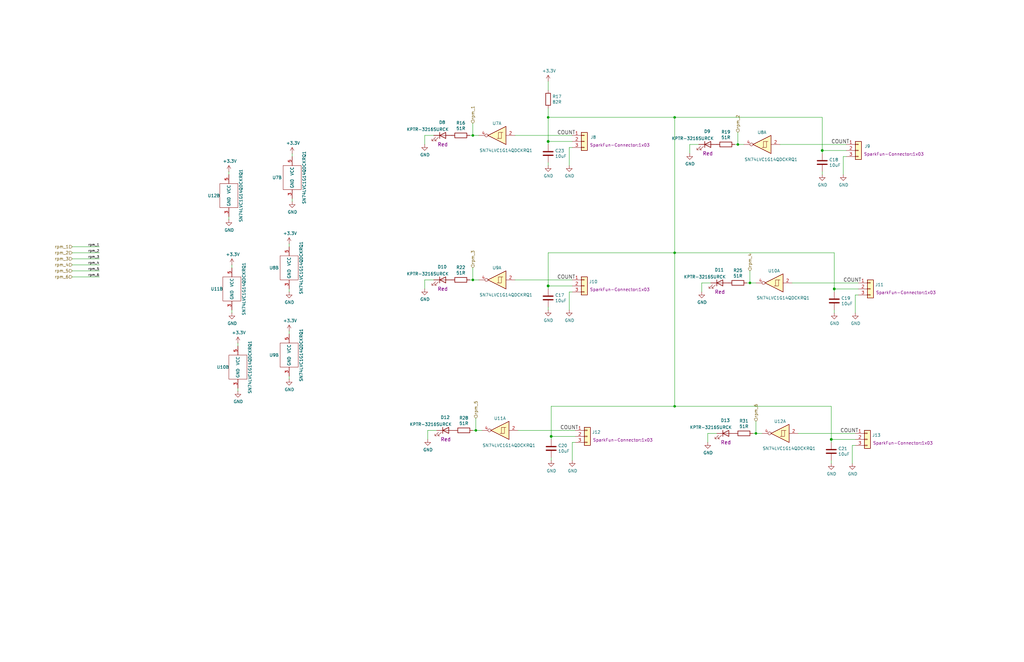
<source format=kicad_sch>
(kicad_sch
	(version 20231120)
	(generator "eeschema")
	(generator_version "8.0")
	(uuid "7b1e686b-8fbb-4425-88dd-0a90d4ddd186")
	(paper "User" 431.8 279.4)
	(title_block
		(title "STM32 Flight Controller")
		(date "2022-11-01")
		(rev "B")
		(company "casterian.net")
	)
	(lib_symbols
		(symbol "Device:C"
			(pin_numbers hide)
			(pin_names
				(offset 0.254)
			)
			(exclude_from_sim no)
			(in_bom yes)
			(on_board yes)
			(property "Reference" "C"
				(at 0.635 2.54 0)
				(effects
					(font
						(size 1.27 1.27)
					)
					(justify left)
				)
			)
			(property "Value" "C"
				(at 0.635 -2.54 0)
				(effects
					(font
						(size 1.27 1.27)
					)
					(justify left)
				)
			)
			(property "Footprint" ""
				(at 0.9652 -3.81 0)
				(effects
					(font
						(size 1.27 1.27)
					)
					(hide yes)
				)
			)
			(property "Datasheet" "~"
				(at 0 0 0)
				(effects
					(font
						(size 1.27 1.27)
					)
					(hide yes)
				)
			)
			(property "Description" "Unpolarized capacitor"
				(at 0 0 0)
				(effects
					(font
						(size 1.27 1.27)
					)
					(hide yes)
				)
			)
			(property "ki_keywords" "cap capacitor"
				(at 0 0 0)
				(effects
					(font
						(size 1.27 1.27)
					)
					(hide yes)
				)
			)
			(property "ki_fp_filters" "C_*"
				(at 0 0 0)
				(effects
					(font
						(size 1.27 1.27)
					)
					(hide yes)
				)
			)
			(symbol "C_0_1"
				(polyline
					(pts
						(xy -2.032 -0.762) (xy 2.032 -0.762)
					)
					(stroke
						(width 0.508)
						(type default)
					)
					(fill
						(type none)
					)
				)
				(polyline
					(pts
						(xy -2.032 0.762) (xy 2.032 0.762)
					)
					(stroke
						(width 0.508)
						(type default)
					)
					(fill
						(type none)
					)
				)
			)
			(symbol "C_1_1"
				(pin passive line
					(at 0 3.81 270)
					(length 2.794)
					(name "~"
						(effects
							(font
								(size 1.27 1.27)
							)
						)
					)
					(number "1"
						(effects
							(font
								(size 1.27 1.27)
							)
						)
					)
				)
				(pin passive line
					(at 0 -3.81 90)
					(length 2.794)
					(name "~"
						(effects
							(font
								(size 1.27 1.27)
							)
						)
					)
					(number "2"
						(effects
							(font
								(size 1.27 1.27)
							)
						)
					)
				)
			)
		)
		(symbol "Device:LED"
			(pin_numbers hide)
			(pin_names
				(offset 1.016) hide)
			(exclude_from_sim no)
			(in_bom yes)
			(on_board yes)
			(property "Reference" "D"
				(at 0 2.54 0)
				(effects
					(font
						(size 1.27 1.27)
					)
				)
			)
			(property "Value" "LED"
				(at 0 -2.54 0)
				(effects
					(font
						(size 1.27 1.27)
					)
				)
			)
			(property "Footprint" ""
				(at 0 0 0)
				(effects
					(font
						(size 1.27 1.27)
					)
					(hide yes)
				)
			)
			(property "Datasheet" "~"
				(at 0 0 0)
				(effects
					(font
						(size 1.27 1.27)
					)
					(hide yes)
				)
			)
			(property "Description" "Light emitting diode"
				(at 0 0 0)
				(effects
					(font
						(size 1.27 1.27)
					)
					(hide yes)
				)
			)
			(property "ki_keywords" "LED diode"
				(at 0 0 0)
				(effects
					(font
						(size 1.27 1.27)
					)
					(hide yes)
				)
			)
			(property "ki_fp_filters" "LED* LED_SMD:* LED_THT:*"
				(at 0 0 0)
				(effects
					(font
						(size 1.27 1.27)
					)
					(hide yes)
				)
			)
			(symbol "LED_0_1"
				(polyline
					(pts
						(xy -1.27 -1.27) (xy -1.27 1.27)
					)
					(stroke
						(width 0.254)
						(type default)
					)
					(fill
						(type none)
					)
				)
				(polyline
					(pts
						(xy -1.27 0) (xy 1.27 0)
					)
					(stroke
						(width 0)
						(type default)
					)
					(fill
						(type none)
					)
				)
				(polyline
					(pts
						(xy 1.27 -1.27) (xy 1.27 1.27) (xy -1.27 0) (xy 1.27 -1.27)
					)
					(stroke
						(width 0.254)
						(type default)
					)
					(fill
						(type none)
					)
				)
				(polyline
					(pts
						(xy -3.048 -0.762) (xy -4.572 -2.286) (xy -3.81 -2.286) (xy -4.572 -2.286) (xy -4.572 -1.524)
					)
					(stroke
						(width 0)
						(type default)
					)
					(fill
						(type none)
					)
				)
				(polyline
					(pts
						(xy -1.778 -0.762) (xy -3.302 -2.286) (xy -2.54 -2.286) (xy -3.302 -2.286) (xy -3.302 -1.524)
					)
					(stroke
						(width 0)
						(type default)
					)
					(fill
						(type none)
					)
				)
			)
			(symbol "LED_1_1"
				(pin passive line
					(at -3.81 0 0)
					(length 2.54)
					(name "K"
						(effects
							(font
								(size 1.27 1.27)
							)
						)
					)
					(number "1"
						(effects
							(font
								(size 1.27 1.27)
							)
						)
					)
				)
				(pin passive line
					(at 3.81 0 180)
					(length 2.54)
					(name "A"
						(effects
							(font
								(size 1.27 1.27)
							)
						)
					)
					(number "2"
						(effects
							(font
								(size 1.27 1.27)
							)
						)
					)
				)
			)
		)
		(symbol "Device:R"
			(pin_numbers hide)
			(pin_names
				(offset 0)
			)
			(exclude_from_sim no)
			(in_bom yes)
			(on_board yes)
			(property "Reference" "R"
				(at 2.032 0 90)
				(effects
					(font
						(size 1.27 1.27)
					)
				)
			)
			(property "Value" "R"
				(at 0 0 90)
				(effects
					(font
						(size 1.27 1.27)
					)
				)
			)
			(property "Footprint" ""
				(at -1.778 0 90)
				(effects
					(font
						(size 1.27 1.27)
					)
					(hide yes)
				)
			)
			(property "Datasheet" "~"
				(at 0 0 0)
				(effects
					(font
						(size 1.27 1.27)
					)
					(hide yes)
				)
			)
			(property "Description" "Resistor"
				(at 0 0 0)
				(effects
					(font
						(size 1.27 1.27)
					)
					(hide yes)
				)
			)
			(property "ki_keywords" "R res resistor"
				(at 0 0 0)
				(effects
					(font
						(size 1.27 1.27)
					)
					(hide yes)
				)
			)
			(property "ki_fp_filters" "R_*"
				(at 0 0 0)
				(effects
					(font
						(size 1.27 1.27)
					)
					(hide yes)
				)
			)
			(symbol "R_0_1"
				(rectangle
					(start -1.016 -2.54)
					(end 1.016 2.54)
					(stroke
						(width 0.254)
						(type default)
					)
					(fill
						(type none)
					)
				)
			)
			(symbol "R_1_1"
				(pin passive line
					(at 0 3.81 270)
					(length 1.27)
					(name "~"
						(effects
							(font
								(size 1.27 1.27)
							)
						)
					)
					(number "1"
						(effects
							(font
								(size 1.27 1.27)
							)
						)
					)
				)
				(pin passive line
					(at 0 -3.81 90)
					(length 1.27)
					(name "~"
						(effects
							(font
								(size 1.27 1.27)
							)
						)
					)
					(number "2"
						(effects
							(font
								(size 1.27 1.27)
							)
						)
					)
				)
			)
		)
		(symbol "MLAB_IO:74AHC1G14GV"
			(exclude_from_sim no)
			(in_bom yes)
			(on_board yes)
			(property "Reference" "U"
				(at -2.54 1.27 0)
				(effects
					(font
						(size 1.27 1.27)
					)
				)
			)
			(property "Value" "74AHC1G14GV"
				(at 1.27 -6.35 0)
				(effects
					(font
						(size 1.27 1.27)
					)
				)
			)
			(property "Footprint" ""
				(at 0 0 0)
				(effects
					(font
						(size 1.27 1.27)
					)
					(hide yes)
				)
			)
			(property "Datasheet" "http://www.ti.com/lit/gpn/sn74HC14"
				(at 0 0 0)
				(effects
					(font
						(size 1.27 1.27)
					)
					(hide yes)
				)
			)
			(property "Description" "Hex inverter schmitt trigger"
				(at 0 0 0)
				(effects
					(font
						(size 1.27 1.27)
					)
					(hide yes)
				)
			)
			(property "ki_locked" ""
				(at 0 0 0)
				(effects
					(font
						(size 1.27 1.27)
					)
				)
			)
			(property "ki_keywords" "HCMOS not inverter"
				(at 0 0 0)
				(effects
					(font
						(size 1.27 1.27)
					)
					(hide yes)
				)
			)
			(property "ki_fp_filters" "DIP*W7.62mm*"
				(at 0 0 0)
				(effects
					(font
						(size 1.27 1.27)
					)
					(hide yes)
				)
			)
			(symbol "74AHC1G14GV_1_0"
				(polyline
					(pts
						(xy -3.81 3.81) (xy -3.81 -3.81) (xy 3.81 0) (xy -3.81 3.81)
					)
					(stroke
						(width 0.254)
						(type default)
					)
					(fill
						(type background)
					)
				)
				(pin input line
					(at -7.62 0 0)
					(length 3.81)
					(name "~"
						(effects
							(font
								(size 1.27 1.27)
							)
						)
					)
					(number "2"
						(effects
							(font
								(size 1.27 1.27)
							)
						)
					)
				)
				(pin output inverted
					(at 7.62 0 180)
					(length 3.81)
					(name "~"
						(effects
							(font
								(size 1.27 1.27)
							)
						)
					)
					(number "4"
						(effects
							(font
								(size 1.27 1.27)
							)
						)
					)
				)
			)
			(symbol "74AHC1G14GV_1_1"
				(polyline
					(pts
						(xy -1.905 -1.27) (xy -1.905 1.27) (xy -0.635 1.27)
					)
					(stroke
						(width 0)
						(type default)
					)
					(fill
						(type none)
					)
				)
				(polyline
					(pts
						(xy -2.54 -1.27) (xy -0.635 -1.27) (xy -0.635 1.27) (xy 0 1.27)
					)
					(stroke
						(width 0)
						(type default)
					)
					(fill
						(type none)
					)
				)
			)
			(symbol "74AHC1G14GV_2_0"
				(pin input line
					(at 0 -8.89 90)
					(length 3.81)
					(name "GND"
						(effects
							(font
								(size 1.27 1.27)
							)
						)
					)
					(number "3"
						(effects
							(font
								(size 1.27 1.27)
							)
						)
					)
				)
				(pin input line
					(at 0 8.89 270)
					(length 3.81)
					(name "VCC"
						(effects
							(font
								(size 1.27 1.27)
							)
						)
					)
					(number "5"
						(effects
							(font
								(size 1.27 1.27)
							)
						)
					)
				)
			)
			(symbol "74AHC1G14GV_2_1"
				(rectangle
					(start -3.81 5.08)
					(end 3.81 -5.08)
					(stroke
						(width 0)
						(type default)
					)
					(fill
						(type none)
					)
				)
			)
		)
		(symbol "SparkFun-Connector:Conn_01x03"
			(pin_names
				(offset 1.016) hide)
			(exclude_from_sim no)
			(in_bom yes)
			(on_board yes)
			(property "Reference" "J"
				(at 0 5.08 0)
				(effects
					(font
						(size 1.27 1.27)
					)
					(hide yes)
				)
			)
			(property "Value" "Conn_01x03"
				(at 0 -5.08 0)
				(effects
					(font
						(size 1.27 1.27)
					)
					(hide yes)
				)
			)
			(property "Footprint" "SparkFun-Connector:1x03"
				(at 0 -7.62 0)
				(effects
					(font
						(size 1.27 1.27)
					)
					(hide yes)
				)
			)
			(property "Datasheet" "~"
				(at 0 -8.89 0)
				(effects
					(font
						(size 1.27 1.27)
					)
					(hide yes)
				)
			)
			(property "Description" "Generic connector, single row, 01x03, script generated (kicad-library-utils/schlib/autogen/connector/)"
				(at 0 -11.43 0)
				(effects
					(font
						(size 1.27 1.27)
					)
					(hide yes)
				)
			)
			(property "ki_keywords" "SparkFun connector"
				(at 0 0 0)
				(effects
					(font
						(size 1.27 1.27)
					)
					(hide yes)
				)
			)
			(property "ki_fp_filters" "Connector*:*_1x??_*"
				(at 0 0 0)
				(effects
					(font
						(size 1.27 1.27)
					)
					(hide yes)
				)
			)
			(symbol "Conn_01x03_1_1"
				(rectangle
					(start -1.27 -2.413)
					(end 0 -2.667)
					(stroke
						(width 0.1524)
						(type default)
					)
					(fill
						(type none)
					)
				)
				(rectangle
					(start -1.27 0.127)
					(end 0 -0.127)
					(stroke
						(width 0.1524)
						(type default)
					)
					(fill
						(type none)
					)
				)
				(rectangle
					(start -1.27 2.667)
					(end 0 2.413)
					(stroke
						(width 0.1524)
						(type default)
					)
					(fill
						(type none)
					)
				)
				(rectangle
					(start -1.27 3.81)
					(end 1.27 -3.81)
					(stroke
						(width 0.254)
						(type default)
					)
					(fill
						(type background)
					)
				)
				(pin passive line
					(at -5.08 2.54 0)
					(length 3.81)
					(name "Pin_1"
						(effects
							(font
								(size 1.27 1.27)
							)
						)
					)
					(number "1"
						(effects
							(font
								(size 1.27 1.27)
							)
						)
					)
				)
				(pin passive line
					(at -5.08 0 0)
					(length 3.81)
					(name "Pin_2"
						(effects
							(font
								(size 1.27 1.27)
							)
						)
					)
					(number "2"
						(effects
							(font
								(size 1.27 1.27)
							)
						)
					)
				)
				(pin passive line
					(at -5.08 -2.54 0)
					(length 3.81)
					(name "Pin_3"
						(effects
							(font
								(size 1.27 1.27)
							)
						)
					)
					(number "3"
						(effects
							(font
								(size 1.27 1.27)
							)
						)
					)
				)
			)
		)
		(symbol "power:+3V3"
			(power)
			(pin_numbers hide)
			(pin_names
				(offset 0) hide)
			(exclude_from_sim no)
			(in_bom yes)
			(on_board yes)
			(property "Reference" "#PWR"
				(at 0 -3.81 0)
				(effects
					(font
						(size 1.27 1.27)
					)
					(hide yes)
				)
			)
			(property "Value" "+3V3"
				(at 0 3.556 0)
				(effects
					(font
						(size 1.27 1.27)
					)
				)
			)
			(property "Footprint" ""
				(at 0 0 0)
				(effects
					(font
						(size 1.27 1.27)
					)
					(hide yes)
				)
			)
			(property "Datasheet" ""
				(at 0 0 0)
				(effects
					(font
						(size 1.27 1.27)
					)
					(hide yes)
				)
			)
			(property "Description" "Power symbol creates a global label with name \"+3V3\""
				(at 0 0 0)
				(effects
					(font
						(size 1.27 1.27)
					)
					(hide yes)
				)
			)
			(property "ki_keywords" "global power"
				(at 0 0 0)
				(effects
					(font
						(size 1.27 1.27)
					)
					(hide yes)
				)
			)
			(symbol "+3V3_0_1"
				(polyline
					(pts
						(xy -0.762 1.27) (xy 0 2.54)
					)
					(stroke
						(width 0)
						(type default)
					)
					(fill
						(type none)
					)
				)
				(polyline
					(pts
						(xy 0 0) (xy 0 2.54)
					)
					(stroke
						(width 0)
						(type default)
					)
					(fill
						(type none)
					)
				)
				(polyline
					(pts
						(xy 0 2.54) (xy 0.762 1.27)
					)
					(stroke
						(width 0)
						(type default)
					)
					(fill
						(type none)
					)
				)
			)
			(symbol "+3V3_1_1"
				(pin power_in line
					(at 0 0 90)
					(length 0)
					(name "~"
						(effects
							(font
								(size 1.27 1.27)
							)
						)
					)
					(number "1"
						(effects
							(font
								(size 1.27 1.27)
							)
						)
					)
				)
			)
		)
		(symbol "power:GND"
			(power)
			(pin_numbers hide)
			(pin_names
				(offset 0) hide)
			(exclude_from_sim no)
			(in_bom yes)
			(on_board yes)
			(property "Reference" "#PWR"
				(at 0 -6.35 0)
				(effects
					(font
						(size 1.27 1.27)
					)
					(hide yes)
				)
			)
			(property "Value" "GND"
				(at 0 -3.81 0)
				(effects
					(font
						(size 1.27 1.27)
					)
				)
			)
			(property "Footprint" ""
				(at 0 0 0)
				(effects
					(font
						(size 1.27 1.27)
					)
					(hide yes)
				)
			)
			(property "Datasheet" ""
				(at 0 0 0)
				(effects
					(font
						(size 1.27 1.27)
					)
					(hide yes)
				)
			)
			(property "Description" "Power symbol creates a global label with name \"GND\" , ground"
				(at 0 0 0)
				(effects
					(font
						(size 1.27 1.27)
					)
					(hide yes)
				)
			)
			(property "ki_keywords" "global power"
				(at 0 0 0)
				(effects
					(font
						(size 1.27 1.27)
					)
					(hide yes)
				)
			)
			(symbol "GND_0_1"
				(polyline
					(pts
						(xy 0 0) (xy 0 -1.27) (xy 1.27 -1.27) (xy 0 -2.54) (xy -1.27 -1.27) (xy 0 -1.27)
					)
					(stroke
						(width 0)
						(type default)
					)
					(fill
						(type none)
					)
				)
			)
			(symbol "GND_1_1"
				(pin power_in line
					(at 0 0 270)
					(length 0)
					(name "~"
						(effects
							(font
								(size 1.27 1.27)
							)
						)
					)
					(number "1"
						(effects
							(font
								(size 1.27 1.27)
							)
						)
					)
				)
			)
		)
	)
	(junction
		(at 200.66 181.61)
		(diameter 0)
		(color 0 0 0 0)
		(uuid "0f440c70-f740-4834-b8c2-0ffb6f1a201e")
	)
	(junction
		(at 318.77 182.88)
		(diameter 0)
		(color 0 0 0 0)
		(uuid "1b9f8f89-d0d9-467d-95de-f13f844d60b1")
	)
	(junction
		(at 284.48 49.53)
		(diameter 0)
		(color 0 0 0 0)
		(uuid "24fe4e43-a8db-49d6-ad95-833a8e491d5a")
	)
	(junction
		(at 311.15 60.96)
		(diameter 0)
		(color 0 0 0 0)
		(uuid "31268446-d6f6-4ac0-880c-f78cfc645ed7")
	)
	(junction
		(at 284.48 106.68)
		(diameter 0)
		(color 0 0 0 0)
		(uuid "3313215c-45c1-4834-b931-f0526c569ac0")
	)
	(junction
		(at 284.48 171.45)
		(diameter 0)
		(color 0 0 0 0)
		(uuid "3edb375e-829d-4ded-9eb6-04fa4807c982")
	)
	(junction
		(at 346.71 63.5)
		(diameter 1.016)
		(color 0 0 0 0)
		(uuid "52662686-aeb7-4a6f-8bfd-904ad08d635b")
	)
	(junction
		(at 199.39 118.11)
		(diameter 0)
		(color 0 0 0 0)
		(uuid "610d8c88-d29b-44cf-af57-bf801310aad9")
	)
	(junction
		(at 350.52 185.42)
		(diameter 1.016)
		(color 0 0 0 0)
		(uuid "68e567d5-2a20-472b-a8d8-9bfb6644f718")
	)
	(junction
		(at 199.39 57.15)
		(diameter 0)
		(color 0 0 0 0)
		(uuid "734c7b80-beaf-4591-9d1b-661f1a2951ef")
	)
	(junction
		(at 316.23 119.38)
		(diameter 0)
		(color 0 0 0 0)
		(uuid "a3110642-e52e-4a61-b757-fe4a84bf0e9f")
	)
	(junction
		(at 231.14 120.65)
		(diameter 1.016)
		(color 0 0 0 0)
		(uuid "a945c5cd-b63d-4d76-9c4f-c680c687de84")
	)
	(junction
		(at 232.41 184.15)
		(diameter 1.016)
		(color 0 0 0 0)
		(uuid "ad955241-3cbd-431b-9e51-1b04ca5a79e6")
	)
	(junction
		(at 231.14 59.69)
		(diameter 1.016)
		(color 0 0 0 0)
		(uuid "cd8975cb-f306-4aff-b523-dc78f03f4a88")
	)
	(junction
		(at 231.14 49.53)
		(diameter 0)
		(color 0 0 0 0)
		(uuid "dbdcd28c-6adf-4d49-93a8-4ca679a2e294")
	)
	(junction
		(at 351.79 121.92)
		(diameter 1.016)
		(color 0 0 0 0)
		(uuid "f0da2c62-5c99-4910-b16e-7bec09a9d87e")
	)
	(wire
		(pts
			(xy 231.14 49.53) (xy 284.48 49.53)
		)
		(stroke
			(width 0)
			(type solid)
		)
		(uuid "00bfe875-6899-448b-a66a-6ae57aa26624")
	)
	(wire
		(pts
			(xy 232.41 184.15) (xy 242.57 184.15)
		)
		(stroke
			(width 0)
			(type solid)
		)
		(uuid "020f3e8d-4fb0-4160-b259-4d6ff7a40e36")
	)
	(wire
		(pts
			(xy 232.41 171.45) (xy 284.48 171.45)
		)
		(stroke
			(width 0)
			(type solid)
		)
		(uuid "02e06c8b-3b05-46bd-9841-69c647efb746")
	)
	(wire
		(pts
			(xy 311.15 55.88) (xy 311.15 60.96)
		)
		(stroke
			(width 0)
			(type solid)
		)
		(uuid "03608137-7f1c-4a55-b8b5-434b087d8bd9")
	)
	(wire
		(pts
			(xy 200.66 181.61) (xy 203.2 181.61)
		)
		(stroke
			(width 0)
			(type solid)
		)
		(uuid "0a2b9ff7-d66e-4373-96d2-fdecdd1a1bcc")
	)
	(wire
		(pts
			(xy 30.48 111.76) (xy 41.91 111.76)
		)
		(stroke
			(width 0)
			(type default)
		)
		(uuid "0c31bbcf-29e5-407c-ba30-4b5a9e73d350")
	)
	(wire
		(pts
			(xy 295.91 119.38) (xy 299.72 119.38)
		)
		(stroke
			(width 0)
			(type solid)
		)
		(uuid "0cb1b813-261b-464f-b3bd-115f87bc62ad")
	)
	(wire
		(pts
			(xy 351.79 121.92) (xy 351.79 123.19)
		)
		(stroke
			(width 0)
			(type solid)
		)
		(uuid "0d9afcaf-e454-4020-9f3d-db970da31a5d")
	)
	(wire
		(pts
			(xy 290.83 60.96) (xy 294.64 60.96)
		)
		(stroke
			(width 0)
			(type solid)
		)
		(uuid "1007f1f0-c948-4659-b154-c489503b2e97")
	)
	(wire
		(pts
			(xy 284.48 49.53) (xy 346.71 49.53)
		)
		(stroke
			(width 0)
			(type solid)
		)
		(uuid "1449771f-3638-4a41-9b70-33f9a59560c4")
	)
	(wire
		(pts
			(xy 180.34 181.61) (xy 184.15 181.61)
		)
		(stroke
			(width 0)
			(type solid)
		)
		(uuid "198082ac-1bc0-4902-ae79-9bc1532befd1")
	)
	(wire
		(pts
			(xy 121.92 121.92) (xy 121.92 123.19)
		)
		(stroke
			(width 0)
			(type solid)
		)
		(uuid "1d63e52a-b34f-44b3-b746-1622d541881c")
	)
	(wire
		(pts
			(xy 231.14 68.58) (xy 231.14 69.85)
		)
		(stroke
			(width 0)
			(type solid)
		)
		(uuid "1eda6eba-22e6-4323-badd-a391e8e85977")
	)
	(wire
		(pts
			(xy 199.39 181.61) (xy 200.66 181.61)
		)
		(stroke
			(width 0)
			(type solid)
		)
		(uuid "20c6e721-631e-4d0c-b354-b28d29256b6a")
	)
	(wire
		(pts
			(xy 318.77 177.8) (xy 318.77 182.88)
		)
		(stroke
			(width 0)
			(type solid)
		)
		(uuid "2142c418-c87d-4918-b1fd-cebc01039675")
	)
	(wire
		(pts
			(xy 346.71 63.5) (xy 356.87 63.5)
		)
		(stroke
			(width 0)
			(type solid)
		)
		(uuid "235e46e7-7717-4ef1-8ef6-40d4a57f7955")
	)
	(wire
		(pts
			(xy 232.41 171.45) (xy 232.41 184.15)
		)
		(stroke
			(width 0)
			(type solid)
		)
		(uuid "24274037-6cf7-4b2a-b5d2-5f765e79ce74")
	)
	(wire
		(pts
			(xy 240.03 123.19) (xy 240.03 130.81)
		)
		(stroke
			(width 0)
			(type solid)
		)
		(uuid "24a6a5e0-7a1b-4dae-b974-6ef947f66418")
	)
	(wire
		(pts
			(xy 361.95 124.46) (xy 360.68 124.46)
		)
		(stroke
			(width 0)
			(type solid)
		)
		(uuid "2542d51c-a250-46cc-a73b-9fca027507c7")
	)
	(wire
		(pts
			(xy 318.77 182.88) (xy 321.31 182.88)
		)
		(stroke
			(width 0)
			(type solid)
		)
		(uuid "2a203914-30b4-4d45-8b1e-729c47f7f13c")
	)
	(wire
		(pts
			(xy 284.48 171.45) (xy 350.52 171.45)
		)
		(stroke
			(width 0)
			(type solid)
		)
		(uuid "2e6df3ba-6a20-4a4b-b106-8e3c9ccb66a2")
	)
	(wire
		(pts
			(xy 232.41 193.04) (xy 232.41 194.31)
		)
		(stroke
			(width 0)
			(type solid)
		)
		(uuid "2f84216f-3d5f-41eb-9e70-0627cecd5874")
	)
	(wire
		(pts
			(xy 351.79 130.81) (xy 351.79 132.08)
		)
		(stroke
			(width 0)
			(type solid)
		)
		(uuid "32a23933-c967-4a76-a7f5-29e0d8237a8d")
	)
	(wire
		(pts
			(xy 96.52 91.44) (xy 96.52 92.71)
		)
		(stroke
			(width 0)
			(type solid)
		)
		(uuid "33dad6fd-a21e-4275-abf4-6cae460d22d9")
	)
	(wire
		(pts
			(xy 334.01 119.38) (xy 361.95 119.38)
		)
		(stroke
			(width 0)
			(type solid)
		)
		(uuid "36c411b1-093c-4f8b-af6c-fcf911deda2d")
	)
	(wire
		(pts
			(xy 231.14 120.65) (xy 241.3 120.65)
		)
		(stroke
			(width 0)
			(type solid)
		)
		(uuid "39f9fa8b-cb05-4bd6-9411-b2c62d65fa2b")
	)
	(wire
		(pts
			(xy 241.3 186.69) (xy 241.3 194.31)
		)
		(stroke
			(width 0)
			(type solid)
		)
		(uuid "3b70d578-d9e8-4dd7-900b-db757b803724")
	)
	(wire
		(pts
			(xy 179.07 57.15) (xy 182.88 57.15)
		)
		(stroke
			(width 0)
			(type solid)
		)
		(uuid "3bf10024-f826-4a96-91ed-13f6ba7719dc")
	)
	(wire
		(pts
			(xy 97.79 111.76) (xy 97.79 113.03)
		)
		(stroke
			(width 0)
			(type solid)
		)
		(uuid "3c09f7c3-e2cb-46d4-ac6f-a2a2ccacf1e9")
	)
	(wire
		(pts
			(xy 284.48 106.68) (xy 284.48 171.45)
		)
		(stroke
			(width 0)
			(type solid)
		)
		(uuid "3c198307-d281-4098-8adf-9f8efd348b20")
	)
	(wire
		(pts
			(xy 355.6 66.04) (xy 355.6 73.66)
		)
		(stroke
			(width 0)
			(type solid)
		)
		(uuid "3c6b4d2d-e1c4-4ef7-a581-2ef00cca7e03")
	)
	(wire
		(pts
			(xy 100.33 144.78) (xy 100.33 146.05)
		)
		(stroke
			(width 0)
			(type solid)
		)
		(uuid "3cceded1-34ac-42e8-be41-6fb2523a5351")
	)
	(wire
		(pts
			(xy 317.5 182.88) (xy 318.77 182.88)
		)
		(stroke
			(width 0)
			(type solid)
		)
		(uuid "4405b208-2e72-495e-9a03-51a83775cf98")
	)
	(wire
		(pts
			(xy 231.14 129.54) (xy 231.14 130.81)
		)
		(stroke
			(width 0)
			(type solid)
		)
		(uuid "4d47104b-f46c-452b-9168-137fcad0816b")
	)
	(wire
		(pts
			(xy 360.68 187.96) (xy 359.41 187.96)
		)
		(stroke
			(width 0)
			(type solid)
		)
		(uuid "4f6e3c11-cae8-49dd-9801-3fc3d1b0414f")
	)
	(wire
		(pts
			(xy 232.41 184.15) (xy 232.41 185.42)
		)
		(stroke
			(width 0)
			(type solid)
		)
		(uuid "51644ae1-b906-43da-a75f-b6db4f78bee3")
	)
	(wire
		(pts
			(xy 231.14 34.29) (xy 231.14 38.1)
		)
		(stroke
			(width 0)
			(type solid)
		)
		(uuid "5288e790-611b-428c-b86f-95c4baa09126")
	)
	(wire
		(pts
			(xy 199.39 118.11) (xy 201.93 118.11)
		)
		(stroke
			(width 0)
			(type solid)
		)
		(uuid "56f3c95c-8bd5-42e1-a232-cbf8a633a7c3")
	)
	(wire
		(pts
			(xy 231.14 49.53) (xy 231.14 59.69)
		)
		(stroke
			(width 0)
			(type solid)
		)
		(uuid "574477ed-0644-4e33-ab82-3f495df7457e")
	)
	(wire
		(pts
			(xy 350.52 185.42) (xy 360.68 185.42)
		)
		(stroke
			(width 0)
			(type solid)
		)
		(uuid "589c619d-b9d1-454a-8573-5295c7592014")
	)
	(wire
		(pts
			(xy 231.14 45.72) (xy 231.14 49.53)
		)
		(stroke
			(width 0)
			(type solid)
		)
		(uuid "58bc2964-ef94-4f38-a5b6-de2bace0adf9")
	)
	(wire
		(pts
			(xy 290.83 64.77) (xy 290.83 60.96)
		)
		(stroke
			(width 0)
			(type solid)
		)
		(uuid "58d8a917-9920-4e80-a361-fc4b859c08d5")
	)
	(wire
		(pts
			(xy 217.17 118.11) (xy 241.3 118.11)
		)
		(stroke
			(width 0)
			(type solid)
		)
		(uuid "5a6e8a7c-f7d8-4b48-8bb6-75ea3a78976a")
	)
	(wire
		(pts
			(xy 231.14 59.69) (xy 231.14 60.96)
		)
		(stroke
			(width 0)
			(type solid)
		)
		(uuid "5ba0c2c0-e6eb-4ef0-9e6e-2ab94a1e5893")
	)
	(wire
		(pts
			(xy 200.66 176.53) (xy 200.66 181.61)
		)
		(stroke
			(width 0)
			(type solid)
		)
		(uuid "5d0bee4d-ec73-46f3-bc57-43c015837278")
	)
	(wire
		(pts
			(xy 314.96 119.38) (xy 316.23 119.38)
		)
		(stroke
			(width 0)
			(type solid)
		)
		(uuid "5d73f53b-2df1-4920-bcf1-83c823fdcfd4")
	)
	(wire
		(pts
			(xy 351.79 106.68) (xy 351.79 121.92)
		)
		(stroke
			(width 0)
			(type solid)
		)
		(uuid "5ee7a3df-c3e4-4e90-b43a-09b0408edd1e")
	)
	(wire
		(pts
			(xy 179.07 60.96) (xy 179.07 57.15)
		)
		(stroke
			(width 0)
			(type solid)
		)
		(uuid "5fe45130-3087-4f9e-b5c7-ec677bb536fc")
	)
	(wire
		(pts
			(xy 360.68 124.46) (xy 360.68 132.08)
		)
		(stroke
			(width 0)
			(type solid)
		)
		(uuid "67fb0e46-8789-498b-b430-f77b847e6939")
	)
	(wire
		(pts
			(xy 218.44 181.61) (xy 242.57 181.61)
		)
		(stroke
			(width 0)
			(type solid)
		)
		(uuid "69bffb9a-fb9d-454b-a198-8c33b1f39acc")
	)
	(wire
		(pts
			(xy 231.14 106.68) (xy 284.48 106.68)
		)
		(stroke
			(width 0)
			(type solid)
		)
		(uuid "6e664aab-943f-4e90-8e6e-a8f998851862")
	)
	(wire
		(pts
			(xy 295.91 123.19) (xy 295.91 119.38)
		)
		(stroke
			(width 0)
			(type solid)
		)
		(uuid "7879816a-1a7e-4996-9064-518b2ae0ea4f")
	)
	(wire
		(pts
			(xy 180.34 185.42) (xy 180.34 181.61)
		)
		(stroke
			(width 0)
			(type solid)
		)
		(uuid "79baf51c-c380-4315-b5bb-be2e285072b9")
	)
	(wire
		(pts
			(xy 121.92 102.87) (xy 121.92 104.14)
		)
		(stroke
			(width 0)
			(type solid)
		)
		(uuid "829cc758-ba61-4633-9c38-640f3b85bca6")
	)
	(wire
		(pts
			(xy 309.88 60.96) (xy 311.15 60.96)
		)
		(stroke
			(width 0)
			(type solid)
		)
		(uuid "866a52a0-ac73-4e25-bc0a-2d23e0822eb7")
	)
	(wire
		(pts
			(xy 179.07 118.11) (xy 182.88 118.11)
		)
		(stroke
			(width 0)
			(type solid)
		)
		(uuid "8a6b11f6-3d19-4e44-b48f-3b596cc2d606")
	)
	(wire
		(pts
			(xy 359.41 187.96) (xy 359.41 195.58)
		)
		(stroke
			(width 0)
			(type solid)
		)
		(uuid "8c943e3c-4f81-4835-be2a-145518ed0c13")
	)
	(wire
		(pts
			(xy 241.3 62.23) (xy 240.03 62.23)
		)
		(stroke
			(width 0)
			(type solid)
		)
		(uuid "8dbdeb99-0414-4685-9042-a66fe7c43b7a")
	)
	(wire
		(pts
			(xy 242.57 186.69) (xy 241.3 186.69)
		)
		(stroke
			(width 0)
			(type solid)
		)
		(uuid "94e2387b-1d54-4b42-a0ad-3dfc55b3bf52")
	)
	(wire
		(pts
			(xy 199.39 113.03) (xy 199.39 118.11)
		)
		(stroke
			(width 0)
			(type solid)
		)
		(uuid "962185cb-44d4-485c-8f81-fed7ff262129")
	)
	(wire
		(pts
			(xy 30.48 106.68) (xy 41.91 106.68)
		)
		(stroke
			(width 0)
			(type default)
		)
		(uuid "9af89c30-c3aa-4238-bc1c-7ff5a05aeb43")
	)
	(wire
		(pts
			(xy 298.45 186.69) (xy 298.45 182.88)
		)
		(stroke
			(width 0)
			(type solid)
		)
		(uuid "9be48a7e-52e1-4404-9ac1-5d02f74097c4")
	)
	(wire
		(pts
			(xy 30.48 109.22) (xy 41.91 109.22)
		)
		(stroke
			(width 0)
			(type default)
		)
		(uuid "a1408265-6893-410d-9b9f-d533db9f60f7")
	)
	(wire
		(pts
			(xy 121.92 139.7) (xy 121.92 140.97)
		)
		(stroke
			(width 0)
			(type solid)
		)
		(uuid "a24ff821-f579-4c13-90b6-a5f71108e768")
	)
	(wire
		(pts
			(xy 316.23 114.3) (xy 316.23 119.38)
		)
		(stroke
			(width 0)
			(type solid)
		)
		(uuid "a77f10d1-e650-44c2-84b1-ddc3b2f49f65")
	)
	(wire
		(pts
			(xy 316.23 119.38) (xy 318.77 119.38)
		)
		(stroke
			(width 0)
			(type solid)
		)
		(uuid "a7bccdae-a2c1-4713-b262-3551ec6e2c90")
	)
	(wire
		(pts
			(xy 346.71 49.53) (xy 346.71 63.5)
		)
		(stroke
			(width 0)
			(type solid)
		)
		(uuid "aa1c2031-9cec-4bf8-8d0f-5a828df444fd")
	)
	(wire
		(pts
			(xy 121.92 158.75) (xy 121.92 160.02)
		)
		(stroke
			(width 0)
			(type solid)
		)
		(uuid "aa677157-e194-4860-be1e-239037f221cc")
	)
	(wire
		(pts
			(xy 284.48 49.53) (xy 284.48 106.68)
		)
		(stroke
			(width 0)
			(type solid)
		)
		(uuid "ab66005e-751c-4141-a572-df29d69d0e7f")
	)
	(wire
		(pts
			(xy 346.71 72.39) (xy 346.71 73.66)
		)
		(stroke
			(width 0)
			(type solid)
		)
		(uuid "ad4b0607-ab3e-467d-b7df-802ea107dd4c")
	)
	(wire
		(pts
			(xy 328.93 60.96) (xy 356.87 60.96)
		)
		(stroke
			(width 0)
			(type solid)
		)
		(uuid "af7718aa-8110-4499-9c43-0fb159e4a123")
	)
	(wire
		(pts
			(xy 240.03 62.23) (xy 240.03 69.85)
		)
		(stroke
			(width 0)
			(type solid)
		)
		(uuid "b6fb4b86-2939-4cb8-be6c-8fd0fe5d5f28")
	)
	(wire
		(pts
			(xy 96.52 72.39) (xy 96.52 73.66)
		)
		(stroke
			(width 0)
			(type solid)
		)
		(uuid "b79beb42-24f6-4c90-8326-283f3f3f26b0")
	)
	(wire
		(pts
			(xy 198.12 57.15) (xy 199.39 57.15)
		)
		(stroke
			(width 0)
			(type solid)
		)
		(uuid "b7c35c5c-7bbc-4e81-a9bf-2e820e54183d")
	)
	(wire
		(pts
			(xy 30.48 116.84) (xy 41.91 116.84)
		)
		(stroke
			(width 0)
			(type default)
		)
		(uuid "bec40fa0-6f36-425d-8344-85456fd16c8f")
	)
	(wire
		(pts
			(xy 311.15 60.96) (xy 313.69 60.96)
		)
		(stroke
			(width 0)
			(type solid)
		)
		(uuid "bf445668-a937-4a06-ba29-70826c8b3101")
	)
	(wire
		(pts
			(xy 100.33 163.83) (xy 100.33 165.1)
		)
		(stroke
			(width 0)
			(type solid)
		)
		(uuid "c10f0eea-8696-4ad8-acd5-831261f440d4")
	)
	(wire
		(pts
			(xy 350.52 171.45) (xy 350.52 185.42)
		)
		(stroke
			(width 0)
			(type solid)
		)
		(uuid "c2f5f796-042f-494a-b0d9-34b30831fb05")
	)
	(wire
		(pts
			(xy 30.48 114.3) (xy 41.91 114.3)
		)
		(stroke
			(width 0)
			(type default)
		)
		(uuid "c853603c-73c1-4799-b29d-c5c90655a698")
	)
	(wire
		(pts
			(xy 350.52 185.42) (xy 350.52 186.69)
		)
		(stroke
			(width 0)
			(type solid)
		)
		(uuid "c8b9f396-c547-4368-b1d3-f5869343e261")
	)
	(wire
		(pts
			(xy 356.87 66.04) (xy 355.6 66.04)
		)
		(stroke
			(width 0)
			(type solid)
		)
		(uuid "ca9958f9-a8cf-4879-8d71-5ab748c474dd")
	)
	(wire
		(pts
			(xy 231.14 106.68) (xy 231.14 120.65)
		)
		(stroke
			(width 0)
			(type solid)
		)
		(uuid "cda90fcd-5d60-4e0d-83fb-ba834da013f7")
	)
	(wire
		(pts
			(xy 30.48 104.14) (xy 41.91 104.14)
		)
		(stroke
			(width 0)
			(type default)
		)
		(uuid "cff2d954-0926-4423-883e-8eb3f1426e7c")
	)
	(wire
		(pts
			(xy 241.3 123.19) (xy 240.03 123.19)
		)
		(stroke
			(width 0)
			(type solid)
		)
		(uuid "d10dde7a-8e2b-490c-97ee-c7108336298b")
	)
	(wire
		(pts
			(xy 199.39 52.07) (xy 199.39 57.15)
		)
		(stroke
			(width 0)
			(type solid)
		)
		(uuid "d260815b-91cf-4cfe-9ccf-3f9b0edc8838")
	)
	(wire
		(pts
			(xy 284.48 106.68) (xy 351.79 106.68)
		)
		(stroke
			(width 0)
			(type solid)
		)
		(uuid "d701fd61-a02d-4a96-9c28-86b45b102c98")
	)
	(wire
		(pts
			(xy 336.55 182.88) (xy 360.68 182.88)
		)
		(stroke
			(width 0)
			(type solid)
		)
		(uuid "d704efd1-8589-450c-92ff-cd3e833970e3")
	)
	(wire
		(pts
			(xy 298.45 182.88) (xy 302.26 182.88)
		)
		(stroke
			(width 0)
			(type solid)
		)
		(uuid "d77eb3a3-adea-4882-b56c-8caf3022fa4e")
	)
	(wire
		(pts
			(xy 97.79 130.81) (xy 97.79 132.08)
		)
		(stroke
			(width 0)
			(type solid)
		)
		(uuid "d81f3ac5-46cf-4a10-9e1e-6b92e9e1a3d7")
	)
	(wire
		(pts
			(xy 123.19 83.82) (xy 123.19 85.09)
		)
		(stroke
			(width 0)
			(type solid)
		)
		(uuid "d83a1cc0-8813-487e-9894-a485880c5a7d")
	)
	(wire
		(pts
			(xy 350.52 194.31) (xy 350.52 195.58)
		)
		(stroke
			(width 0)
			(type solid)
		)
		(uuid "d9305879-2bdd-4866-8357-288e4d904742")
	)
	(wire
		(pts
			(xy 179.07 121.92) (xy 179.07 118.11)
		)
		(stroke
			(width 0)
			(type solid)
		)
		(uuid "e6583e32-b648-48e8-8aeb-01f91c380d56")
	)
	(wire
		(pts
			(xy 346.71 63.5) (xy 346.71 64.77)
		)
		(stroke
			(width 0)
			(type solid)
		)
		(uuid "e9f828d5-d1dd-456e-8a7a-861cec6a543d")
	)
	(wire
		(pts
			(xy 217.17 57.15) (xy 241.3 57.15)
		)
		(stroke
			(width 0)
			(type solid)
		)
		(uuid "ecd24a9c-b0e0-423c-abd1-9df8af8e82b2")
	)
	(wire
		(pts
			(xy 198.12 118.11) (xy 199.39 118.11)
		)
		(stroke
			(width 0)
			(type solid)
		)
		(uuid "ef1f0b18-b6d9-4a46-b54f-aabed0370112")
	)
	(wire
		(pts
			(xy 231.14 59.69) (xy 241.3 59.69)
		)
		(stroke
			(width 0)
			(type solid)
		)
		(uuid "ef47b553-e9cb-464f-8b3a-fa39eeaa83ef")
	)
	(wire
		(pts
			(xy 199.39 57.15) (xy 201.93 57.15)
		)
		(stroke
			(width 0)
			(type solid)
		)
		(uuid "f0be2883-4bfc-47c0-a161-36c4110ff1fb")
	)
	(wire
		(pts
			(xy 231.14 120.65) (xy 231.14 121.92)
		)
		(stroke
			(width 0)
			(type solid)
		)
		(uuid "f91badb7-6daa-4821-a1b0-d1af270e0b32")
	)
	(wire
		(pts
			(xy 351.79 121.92) (xy 361.95 121.92)
		)
		(stroke
			(width 0)
			(type solid)
		)
		(uuid "fbdc2db4-5a9f-4584-a303-162c53c8d61b")
	)
	(wire
		(pts
			(xy 123.19 64.77) (xy 123.19 66.04)
		)
		(stroke
			(width 0)
			(type solid)
		)
		(uuid "fe1a4387-ab2e-4063-bc0b-3a65a2792c3c")
	)
	(label "rpm_2"
		(at 41.91 106.68 180)
		(fields_autoplaced yes)
		(effects
			(font
				(size 1 1)
			)
			(justify right bottom)
		)
		(uuid "22faea11-009e-44b1-b4ac-6a7d1b3301ea")
	)
	(label "rpm_1"
		(at 41.91 104.14 180)
		(fields_autoplaced yes)
		(effects
			(font
				(size 1 1)
			)
			(justify right bottom)
		)
		(uuid "2c889ca2-d0eb-4cf9-951e-2150953e4419")
	)
	(label "COUNT"
		(at 354.33 182.88 0)
		(fields_autoplaced yes)
		(effects
			(font
				(size 1.524 1.524)
			)
			(justify left bottom)
		)
		(uuid "529bd3bb-9d5a-494c-aaa0-13286c9617e7")
	)
	(label "COUNT"
		(at 234.95 118.11 0)
		(fields_autoplaced yes)
		(effects
			(font
				(size 1.524 1.524)
			)
			(justify left bottom)
		)
		(uuid "5c862783-087e-48d4-925c-24570a369bbe")
	)
	(label "rpm_6"
		(at 41.91 116.84 180)
		(fields_autoplaced yes)
		(effects
			(font
				(size 1 1)
			)
			(justify right bottom)
		)
		(uuid "694ab654-e9a9-4696-9773-1907cc11a2af")
	)
	(label "rpm_4"
		(at 41.91 111.76 180)
		(fields_autoplaced yes)
		(effects
			(font
				(size 1 1)
			)
			(justify right bottom)
		)
		(uuid "89bda961-9295-4650-aa69-5ca6fd0f0fa2")
	)
	(label "rpm_3"
		(at 41.91 109.22 180)
		(fields_autoplaced yes)
		(effects
			(font
				(size 1 1)
			)
			(justify right bottom)
		)
		(uuid "92b27a0d-5618-431c-95c9-1ea387e72531")
	)
	(label "COUNT"
		(at 234.95 57.15 0)
		(fields_autoplaced yes)
		(effects
			(font
				(size 1.524 1.524)
			)
			(justify left bottom)
		)
		(uuid "949431d5-42ba-4595-91c2-d3f6165d7567")
	)
	(label "COUNT"
		(at 350.52 60.96 0)
		(fields_autoplaced yes)
		(effects
			(font
				(size 1.524 1.524)
			)
			(justify left bottom)
		)
		(uuid "955891ab-7068-4e4f-9bca-69217c6861f0")
	)
	(label "COUNT"
		(at 236.22 181.61 0)
		(fields_autoplaced yes)
		(effects
			(font
				(size 1.524 1.524)
			)
			(justify left bottom)
		)
		(uuid "95de57f9-7886-4b8a-8bf4-c23925cd5b46")
	)
	(label "rpm_5"
		(at 41.91 114.3 180)
		(fields_autoplaced yes)
		(effects
			(font
				(size 1 1)
			)
			(justify right bottom)
		)
		(uuid "99fc390b-c0fc-45b0-b474-857348a00cae")
	)
	(label "COUNT"
		(at 355.6 119.38 0)
		(fields_autoplaced yes)
		(effects
			(font
				(size 1.524 1.524)
			)
			(justify left bottom)
		)
		(uuid "c5247797-df8d-4e6a-b1c1-869e15a24370")
	)
	(hierarchical_label "rpm_4"
		(shape input)
		(at 30.48 111.76 180)
		(fields_autoplaced yes)
		(effects
			(font
				(size 1.27 1.27)
			)
			(justify right)
		)
		(uuid "01815617-ac17-4342-b232-832859f304c1")
	)
	(hierarchical_label "rpm_5"
		(shape input)
		(at 30.48 114.3 180)
		(fields_autoplaced yes)
		(effects
			(font
				(size 1.27 1.27)
			)
			(justify right)
		)
		(uuid "29c555c4-333f-42cf-9ed5-cc169c67f3be")
	)
	(hierarchical_label "rpm_2"
		(shape input)
		(at 30.48 106.68 180)
		(fields_autoplaced yes)
		(effects
			(font
				(size 1.27 1.27)
			)
			(justify right)
		)
		(uuid "3c2c3e4a-cbde-41bc-a109-1232491918b6")
	)
	(hierarchical_label "rpm_2"
		(shape input)
		(at 311.15 55.88 90)
		(fields_autoplaced yes)
		(effects
			(font
				(size 1.27 1.27)
			)
			(justify left)
		)
		(uuid "49c6d7cd-b26b-4127-914a-dd91aa5974ff")
	)
	(hierarchical_label "rpm_4"
		(shape input)
		(at 316.23 114.3 90)
		(fields_autoplaced yes)
		(effects
			(font
				(size 1.27 1.27)
			)
			(justify left)
		)
		(uuid "62350267-c0b8-4107-98ab-8fb66cf3ae66")
	)
	(hierarchical_label "rpm_1"
		(shape input)
		(at 30.48 104.14 180)
		(fields_autoplaced yes)
		(effects
			(font
				(size 1.27 1.27)
			)
			(justify right)
		)
		(uuid "6f8385a1-398b-47a1-99b4-3bb71dd2b294")
	)
	(hierarchical_label "rpm_3"
		(shape input)
		(at 199.39 113.03 90)
		(fields_autoplaced yes)
		(effects
			(font
				(size 1.27 1.27)
			)
			(justify left)
		)
		(uuid "7a5afd3e-91bd-49d8-9d47-54ce4f0881ed")
	)
	(hierarchical_label "rpm_3"
		(shape input)
		(at 30.48 109.22 180)
		(fields_autoplaced yes)
		(effects
			(font
				(size 1.27 1.27)
			)
			(justify right)
		)
		(uuid "89d70925-1ec9-4ac6-93d6-249537eb62d0")
	)
	(hierarchical_label "rpm_5"
		(shape input)
		(at 200.66 176.53 90)
		(fields_autoplaced yes)
		(effects
			(font
				(size 1.27 1.27)
			)
			(justify left)
		)
		(uuid "9a07fd9c-e2dd-408b-b9c7-340f1dc8030a")
	)
	(hierarchical_label "rpm_1"
		(shape input)
		(at 199.39 52.07 90)
		(fields_autoplaced yes)
		(effects
			(font
				(size 1.27 1.27)
			)
			(justify left)
		)
		(uuid "a208f5eb-6ab0-4a30-8b96-c15674cfa4b7")
	)
	(hierarchical_label "rpm_6"
		(shape input)
		(at 30.48 116.84 180)
		(fields_autoplaced yes)
		(effects
			(font
				(size 1.27 1.27)
			)
			(justify right)
		)
		(uuid "dfa3e6f8-a0a7-44b1-a22b-2afa569d07bc")
	)
	(hierarchical_label "rpm_6"
		(shape input)
		(at 318.77 177.8 90)
		(fields_autoplaced yes)
		(effects
			(font
				(size 1.27 1.27)
			)
			(justify left)
		)
		(uuid "efb2d8bb-e127-4c8f-ab04-7e3824c9387a")
	)
	(symbol
		(lib_id "Device:R")
		(at 306.07 60.96 270)
		(unit 1)
		(exclude_from_sim no)
		(in_bom yes)
		(on_board yes)
		(dnp no)
		(uuid "023acf97-b757-4ee6-8fff-ddec07dbe745")
		(property "Reference" "R19"
			(at 306.07 55.7022 90)
			(effects
				(font
					(size 1.27 1.27)
				)
			)
		)
		(property "Value" "51R"
			(at 306.07 58.014 90)
			(effects
				(font
					(size 1.27 1.27)
				)
			)
		)
		(property "Footprint" "Resistor_SMD:R_0603_1608Metric"
			(at 306.07 59.182 90)
			(effects
				(font
					(size 1.27 1.27)
				)
				(hide yes)
			)
		)
		(property "Datasheet" "~"
			(at 306.07 60.96 0)
			(effects
				(font
					(size 1.27 1.27)
				)
				(hide yes)
			)
		)
		(property "Description" "Resistor"
			(at 306.07 60.96 0)
			(effects
				(font
					(size 1.27 1.27)
				)
				(hide yes)
			)
		)
		(property "UST_id" ""
			(at 306.07 60.96 0)
			(effects
				(font
					(size 1.27 1.27)
				)
				(hide yes)
			)
		)
		(property "UST_ID" "5c70984512875079b91f8953"
			(at 306.07 60.96 0)
			(effects
				(font
					(size 1.27 1.27)
				)
				(hide yes)
			)
		)
		(pin "1"
			(uuid "ed541fbe-bd73-4f13-8543-8ee6f2d014a5")
		)
		(pin "2"
			(uuid "2d57518a-b129-4512-aebf-0730f672c8a6")
		)
		(instances
			(project "STM32-FC"
				(path "/8d4cc317-3933-4aa6-844b-8c5c635e89c7/f38d7e71-8093-43fb-9de5-a2dd7a2920e4"
					(reference "R19")
					(unit 1)
				)
			)
		)
	)
	(symbol
		(lib_id "Device:LED")
		(at 303.53 119.38 0)
		(unit 1)
		(exclude_from_sim no)
		(in_bom yes)
		(on_board yes)
		(dnp no)
		(uuid "02445217-0a9b-4363-939d-2bf2a0c1d977")
		(property "Reference" "D11"
			(at 303.3014 113.8936 0)
			(effects
				(font
					(size 1.27 1.27)
				)
			)
		)
		(property "Value" "KPTR-3216SURCK"
			(at 297.18 116.84 0)
			(effects
				(font
					(size 1.27 1.27)
				)
			)
		)
		(property "Footprint" "Mlab_D:LED_1206_mill"
			(at 303.53 119.38 0)
			(effects
				(font
					(size 1.27 1.27)
				)
				(hide yes)
			)
		)
		(property "Datasheet" "~"
			(at 303.53 119.38 0)
			(effects
				(font
					(size 1.27 1.27)
				)
				(hide yes)
			)
		)
		(property "Description" "Light emitting diode"
			(at 303.53 119.38 0)
			(effects
				(font
					(size 1.27 1.27)
				)
				(hide yes)
			)
		)
		(property "Color" "Red"
			(at 303.53 123.19 0)
			(effects
				(font
					(size 1.524 1.524)
				)
			)
		)
		(property "Purpose" ""
			(at 303.53 119.38 0)
			(effects
				(font
					(size 1.27 1.27)
				)
			)
		)
		(pin "1"
			(uuid "eacd392f-f840-40ab-8bdf-fabc359ed5d1")
		)
		(pin "2"
			(uuid "b073b1d9-89b3-46f4-90ca-fbf56f2b1129")
		)
		(instances
			(project "STM32-FC"
				(path "/8d4cc317-3933-4aa6-844b-8c5c635e89c7/f38d7e71-8093-43fb-9de5-a2dd7a2920e4"
					(reference "D11")
					(unit 1)
				)
			)
		)
	)
	(symbol
		(lib_id "MLAB_IO:74AHC1G14GV")
		(at 121.92 149.86 0)
		(mirror y)
		(unit 2)
		(exclude_from_sim no)
		(in_bom yes)
		(on_board yes)
		(dnp no)
		(uuid "053ea97c-6a51-4245-8ac0-cec19d5ae0d2")
		(property "Reference" "U9"
			(at 115.57 149.86 0)
			(effects
				(font
					(size 1.27 1.27)
				)
			)
		)
		(property "Value" "SN74LVC1G14QDCKRQ1"
			(at 127 149.86 90)
			(effects
				(font
					(size 1.27 1.27)
				)
			)
		)
		(property "Footprint" "Package_TO_SOT_SMD:SOT-353_SC-70-5"
			(at 121.92 149.86 0)
			(effects
				(font
					(size 1.27 1.27)
				)
				(hide yes)
			)
		)
		(property "Datasheet" "http://www.ti.com/lit/gpn/sn74HC14"
			(at 121.92 149.86 0)
			(effects
				(font
					(size 1.27 1.27)
				)
				(hide yes)
			)
		)
		(property "Description" "Hex inverter schmitt trigger"
			(at 121.92 149.86 0)
			(effects
				(font
					(size 1.27 1.27)
				)
				(hide yes)
			)
		)
		(property "UST_ID" "604b05e1128750769e5b106e"
			(at 121.92 149.86 0)
			(effects
				(font
					(size 1.27 1.27)
				)
				(hide yes)
			)
		)
		(pin "2"
			(uuid "1dae4a60-84fc-4597-8d6a-541f09f6c359")
		)
		(pin "4"
			(uuid "9081c8cf-d34b-47a1-9482-9dc16afafcdc")
		)
		(pin "3"
			(uuid "efefaff1-9cc0-4ac0-8a1a-0c59884ce99a")
		)
		(pin "5"
			(uuid "9ce88628-8f94-457b-9570-13933c2536de")
		)
		(instances
			(project "STM32-FC"
				(path "/8d4cc317-3933-4aa6-844b-8c5c635e89c7/f38d7e71-8093-43fb-9de5-a2dd7a2920e4"
					(reference "U9")
					(unit 2)
				)
			)
		)
	)
	(symbol
		(lib_id "power:GND")
		(at 231.14 130.81 0)
		(unit 1)
		(exclude_from_sim no)
		(in_bom yes)
		(on_board yes)
		(dnp no)
		(uuid "06fbfa70-a324-4108-b2fb-8de94e348ab8")
		(property "Reference" "#PWR048"
			(at 231.14 137.16 0)
			(effects
				(font
					(size 1.27 1.27)
				)
				(hide yes)
			)
		)
		(property "Value" "GND"
			(at 231.267 135.2042 0)
			(effects
				(font
					(size 1.27 1.27)
				)
			)
		)
		(property "Footprint" ""
			(at 231.14 130.81 0)
			(effects
				(font
					(size 1.27 1.27)
				)
				(hide yes)
			)
		)
		(property "Datasheet" ""
			(at 231.14 130.81 0)
			(effects
				(font
					(size 1.27 1.27)
				)
				(hide yes)
			)
		)
		(property "Description" "Power symbol creates a global label with name \"GND\" , ground"
			(at 231.14 130.81 0)
			(effects
				(font
					(size 1.27 1.27)
				)
				(hide yes)
			)
		)
		(pin "1"
			(uuid "7fbe491f-b8bb-4e7e-95fa-efd27e2f6d83")
		)
		(instances
			(project "STM32-FC"
				(path "/8d4cc317-3933-4aa6-844b-8c5c635e89c7/f38d7e71-8093-43fb-9de5-a2dd7a2920e4"
					(reference "#PWR048")
					(unit 1)
				)
			)
		)
	)
	(symbol
		(lib_id "SparkFun-Connector:Conn_01x03")
		(at 246.38 120.65 0)
		(unit 1)
		(exclude_from_sim no)
		(in_bom yes)
		(on_board yes)
		(dnp no)
		(uuid "078a7801-8668-4a5f-9b8a-e5d0467973d9")
		(property "Reference" "J10"
			(at 250.19 118.872 0)
			(effects
				(font
					(size 1.27 1.27)
				)
			)
		)
		(property "Value" "Conn_01x03"
			(at 246.38 125.73 0)
			(effects
				(font
					(size 1.27 1.27)
				)
				(hide yes)
			)
		)
		(property "Footprint" "SparkFun-Connector:1x03"
			(at 261.366 122.174 0)
			(effects
				(font
					(size 1.27 1.27)
				)
			)
		)
		(property "Datasheet" "~"
			(at 246.38 129.54 0)
			(effects
				(font
					(size 1.27 1.27)
				)
				(hide yes)
			)
		)
		(property "Description" "Generic connector, single row, 01x03, script generated (kicad-library-utils/schlib/autogen/connector/)"
			(at 246.38 132.08 0)
			(effects
				(font
					(size 1.27 1.27)
				)
				(hide yes)
			)
		)
		(property "Purpose" ""
			(at 246.38 120.65 0)
			(effects
				(font
					(size 1.27 1.27)
				)
			)
		)
		(pin "2"
			(uuid "d77dd5ba-3bb8-4d38-8eea-183156182634")
		)
		(pin "1"
			(uuid "e7b8c979-8998-4670-8cd1-e901f8c8b016")
		)
		(pin "3"
			(uuid "4ea17e00-8f15-4721-89f4-1d30fc7cf647")
		)
		(instances
			(project "STM32-FC"
				(path "/8d4cc317-3933-4aa6-844b-8c5c635e89c7/f38d7e71-8093-43fb-9de5-a2dd7a2920e4"
					(reference "J10")
					(unit 1)
				)
			)
		)
	)
	(symbol
		(lib_id "power:GND")
		(at 360.68 132.08 0)
		(unit 1)
		(exclude_from_sim no)
		(in_bom yes)
		(on_board yes)
		(dnp no)
		(uuid "0cc95c57-c72c-41d5-bd3b-a9b858c59c41")
		(property "Reference" "#PWR055"
			(at 360.68 138.43 0)
			(effects
				(font
					(size 1.27 1.27)
				)
				(hide yes)
			)
		)
		(property "Value" "GND"
			(at 360.807 136.4742 0)
			(effects
				(font
					(size 1.27 1.27)
				)
			)
		)
		(property "Footprint" ""
			(at 360.68 132.08 0)
			(effects
				(font
					(size 1.27 1.27)
				)
				(hide yes)
			)
		)
		(property "Datasheet" ""
			(at 360.68 132.08 0)
			(effects
				(font
					(size 1.27 1.27)
				)
				(hide yes)
			)
		)
		(property "Description" "Power symbol creates a global label with name \"GND\" , ground"
			(at 360.68 132.08 0)
			(effects
				(font
					(size 1.27 1.27)
				)
				(hide yes)
			)
		)
		(pin "1"
			(uuid "8b623ce1-7311-4d32-9bdb-72a8c47a5f3f")
		)
		(instances
			(project "STM32-FC"
				(path "/8d4cc317-3933-4aa6-844b-8c5c635e89c7/f38d7e71-8093-43fb-9de5-a2dd7a2920e4"
					(reference "#PWR055")
					(unit 1)
				)
			)
		)
	)
	(symbol
		(lib_id "power:+3V3")
		(at 123.19 64.77 0)
		(unit 1)
		(exclude_from_sim no)
		(in_bom yes)
		(on_board yes)
		(dnp no)
		(uuid "0e7df863-a7c1-4954-a67e-cb3d01b2253a")
		(property "Reference" "#PWR047"
			(at 123.19 68.58 0)
			(effects
				(font
					(size 1.27 1.27)
				)
				(hide yes)
			)
		)
		(property "Value" "+3.3V"
			(at 123.571 60.3758 0)
			(effects
				(font
					(size 1.27 1.27)
				)
			)
		)
		(property "Footprint" ""
			(at 123.19 64.77 0)
			(effects
				(font
					(size 1.27 1.27)
				)
				(hide yes)
			)
		)
		(property "Datasheet" ""
			(at 123.19 64.77 0)
			(effects
				(font
					(size 1.27 1.27)
				)
				(hide yes)
			)
		)
		(property "Description" "Power symbol creates a global label with name \"+3V3\""
			(at 123.19 64.77 0)
			(effects
				(font
					(size 1.27 1.27)
				)
				(hide yes)
			)
		)
		(pin "1"
			(uuid "0fe360b1-d0c7-4e72-9737-540171ab2d90")
		)
		(instances
			(project "STM32-FC"
				(path "/8d4cc317-3933-4aa6-844b-8c5c635e89c7/f38d7e71-8093-43fb-9de5-a2dd7a2920e4"
					(reference "#PWR047")
					(unit 1)
				)
			)
		)
	)
	(symbol
		(lib_id "power:GND")
		(at 241.3 194.31 0)
		(unit 1)
		(exclude_from_sim no)
		(in_bom yes)
		(on_board yes)
		(dnp no)
		(uuid "15f3008e-b4c8-490d-8302-8d643fea66d2")
		(property "Reference" "#PWR067"
			(at 241.3 200.66 0)
			(effects
				(font
					(size 1.27 1.27)
				)
				(hide yes)
			)
		)
		(property "Value" "GND"
			(at 241.427 198.7042 0)
			(effects
				(font
					(size 1.27 1.27)
				)
			)
		)
		(property "Footprint" ""
			(at 241.3 194.31 0)
			(effects
				(font
					(size 1.27 1.27)
				)
				(hide yes)
			)
		)
		(property "Datasheet" ""
			(at 241.3 194.31 0)
			(effects
				(font
					(size 1.27 1.27)
				)
				(hide yes)
			)
		)
		(property "Description" "Power symbol creates a global label with name \"GND\" , ground"
			(at 241.3 194.31 0)
			(effects
				(font
					(size 1.27 1.27)
				)
				(hide yes)
			)
		)
		(pin "1"
			(uuid "1b4c33e3-7d66-44aa-aaba-5545551267ec")
		)
		(instances
			(project "STM32-FC"
				(path "/8d4cc317-3933-4aa6-844b-8c5c635e89c7/f38d7e71-8093-43fb-9de5-a2dd7a2920e4"
					(reference "#PWR067")
					(unit 1)
				)
			)
		)
	)
	(symbol
		(lib_id "power:GND")
		(at 121.92 123.19 0)
		(unit 1)
		(exclude_from_sim no)
		(in_bom yes)
		(on_board yes)
		(dnp no)
		(uuid "1b4dbcd5-6622-486f-b13e-cdd61f79768a")
		(property "Reference" "#PWR061"
			(at 121.92 129.54 0)
			(effects
				(font
					(size 1.27 1.27)
				)
				(hide yes)
			)
		)
		(property "Value" "GND"
			(at 122.047 127.5842 0)
			(effects
				(font
					(size 1.27 1.27)
				)
			)
		)
		(property "Footprint" ""
			(at 121.92 123.19 0)
			(effects
				(font
					(size 1.27 1.27)
				)
				(hide yes)
			)
		)
		(property "Datasheet" ""
			(at 121.92 123.19 0)
			(effects
				(font
					(size 1.27 1.27)
				)
				(hide yes)
			)
		)
		(property "Description" "Power symbol creates a global label with name \"GND\" , ground"
			(at 121.92 123.19 0)
			(effects
				(font
					(size 1.27 1.27)
				)
				(hide yes)
			)
		)
		(pin "1"
			(uuid "f7bcc18d-72c5-46b2-b98e-cb66967f912c")
		)
		(instances
			(project "STM32-FC"
				(path "/8d4cc317-3933-4aa6-844b-8c5c635e89c7/f38d7e71-8093-43fb-9de5-a2dd7a2920e4"
					(reference "#PWR061")
					(unit 1)
				)
			)
		)
	)
	(symbol
		(lib_id "Device:C")
		(at 351.79 127 0)
		(unit 1)
		(exclude_from_sim no)
		(in_bom yes)
		(on_board yes)
		(dnp no)
		(uuid "1eb99dc5-1eea-4a51-92a3-6c268d42e97d")
		(property "Reference" "C19"
			(at 354.711 125.8316 0)
			(effects
				(font
					(size 1.27 1.27)
				)
				(justify left)
			)
		)
		(property "Value" "10uF"
			(at 354.711 128.143 0)
			(effects
				(font
					(size 1.27 1.27)
				)
				(justify left)
			)
		)
		(property "Footprint" "Capacitor_SMD:C_0603_1608Metric"
			(at 352.7552 130.81 0)
			(effects
				(font
					(size 1.27 1.27)
				)
				(hide yes)
			)
		)
		(property "Datasheet" "~"
			(at 351.79 127 0)
			(effects
				(font
					(size 1.27 1.27)
				)
				(hide yes)
			)
		)
		(property "Description" "Unpolarized capacitor"
			(at 351.79 127 0)
			(effects
				(font
					(size 1.27 1.27)
				)
				(hide yes)
			)
		)
		(property "UST_id" ""
			(at 351.79 127 0)
			(effects
				(font
					(size 1.27 1.27)
				)
				(hide yes)
			)
		)
		(property "UST_ID" "5c70984812875079b91f8bf5"
			(at 351.79 127 0)
			(effects
				(font
					(size 1.27 1.27)
				)
				(hide yes)
			)
		)
		(pin "1"
			(uuid "17b2b8dc-0d00-4d12-87fd-06042079514f")
		)
		(pin "2"
			(uuid "4c95ecff-7f59-409a-a0e4-286b797d6f93")
		)
		(instances
			(project "STM32-FC"
				(path "/8d4cc317-3933-4aa6-844b-8c5c635e89c7/f38d7e71-8093-43fb-9de5-a2dd7a2920e4"
					(reference "C19")
					(unit 1)
				)
			)
		)
	)
	(symbol
		(lib_id "power:GND")
		(at 123.19 85.09 0)
		(unit 1)
		(exclude_from_sim no)
		(in_bom yes)
		(on_board yes)
		(dnp no)
		(uuid "22c9e430-cc2a-454c-86f4-7069e55539d2")
		(property "Reference" "#PWR050"
			(at 123.19 91.44 0)
			(effects
				(font
					(size 1.27 1.27)
				)
				(hide yes)
			)
		)
		(property "Value" "GND"
			(at 123.317 89.4842 0)
			(effects
				(font
					(size 1.27 1.27)
				)
			)
		)
		(property "Footprint" ""
			(at 123.19 85.09 0)
			(effects
				(font
					(size 1.27 1.27)
				)
				(hide yes)
			)
		)
		(property "Datasheet" ""
			(at 123.19 85.09 0)
			(effects
				(font
					(size 1.27 1.27)
				)
				(hide yes)
			)
		)
		(property "Description" "Power symbol creates a global label with name \"GND\" , ground"
			(at 123.19 85.09 0)
			(effects
				(font
					(size 1.27 1.27)
				)
				(hide yes)
			)
		)
		(pin "1"
			(uuid "a841bf42-ae98-4fcb-bd6f-06a64166ee0e")
		)
		(instances
			(project "STM32-FC"
				(path "/8d4cc317-3933-4aa6-844b-8c5c635e89c7/f38d7e71-8093-43fb-9de5-a2dd7a2920e4"
					(reference "#PWR050")
					(unit 1)
				)
			)
		)
	)
	(symbol
		(lib_id "power:GND")
		(at 121.92 160.02 0)
		(unit 1)
		(exclude_from_sim no)
		(in_bom yes)
		(on_board yes)
		(dnp no)
		(uuid "244dd042-362f-4aab-87cc-079373311abf")
		(property "Reference" "#PWR072"
			(at 121.92 166.37 0)
			(effects
				(font
					(size 1.27 1.27)
				)
				(hide yes)
			)
		)
		(property "Value" "GND"
			(at 122.047 164.4142 0)
			(effects
				(font
					(size 1.27 1.27)
				)
			)
		)
		(property "Footprint" ""
			(at 121.92 160.02 0)
			(effects
				(font
					(size 1.27 1.27)
				)
				(hide yes)
			)
		)
		(property "Datasheet" ""
			(at 121.92 160.02 0)
			(effects
				(font
					(size 1.27 1.27)
				)
				(hide yes)
			)
		)
		(property "Description" "Power symbol creates a global label with name \"GND\" , ground"
			(at 121.92 160.02 0)
			(effects
				(font
					(size 1.27 1.27)
				)
				(hide yes)
			)
		)
		(pin "1"
			(uuid "0d770196-019b-498f-8f48-c71bed4de993")
		)
		(instances
			(project "STM32-FC"
				(path "/8d4cc317-3933-4aa6-844b-8c5c635e89c7/f38d7e71-8093-43fb-9de5-a2dd7a2920e4"
					(reference "#PWR072")
					(unit 1)
				)
			)
		)
	)
	(symbol
		(lib_id "Device:LED")
		(at 298.45 60.96 0)
		(unit 1)
		(exclude_from_sim no)
		(in_bom yes)
		(on_board yes)
		(dnp no)
		(uuid "28e20f7c-57a5-40c2-ae68-8397e5c8355a")
		(property "Reference" "D9"
			(at 298.2214 55.4736 0)
			(effects
				(font
					(size 1.27 1.27)
				)
			)
		)
		(property "Value" "KPTR-3216SURCK"
			(at 292.1 58.42 0)
			(effects
				(font
					(size 1.27 1.27)
				)
			)
		)
		(property "Footprint" "Mlab_D:LED_1206_mill"
			(at 298.45 60.96 0)
			(effects
				(font
					(size 1.27 1.27)
				)
				(hide yes)
			)
		)
		(property "Datasheet" "~"
			(at 298.45 60.96 0)
			(effects
				(font
					(size 1.27 1.27)
				)
				(hide yes)
			)
		)
		(property "Description" "Light emitting diode"
			(at 298.45 60.96 0)
			(effects
				(font
					(size 1.27 1.27)
				)
				(hide yes)
			)
		)
		(property "Color" "Red"
			(at 298.45 64.77 0)
			(effects
				(font
					(size 1.524 1.524)
				)
			)
		)
		(property "Purpose" ""
			(at 298.45 60.96 0)
			(effects
				(font
					(size 1.27 1.27)
				)
			)
		)
		(pin "1"
			(uuid "7291dae9-8dd9-44c6-a297-26a22e45bb6d")
		)
		(pin "2"
			(uuid "51e0eced-11fb-4af5-8c87-051fca9c53b3")
		)
		(instances
			(project "STM32-FC"
				(path "/8d4cc317-3933-4aa6-844b-8c5c635e89c7/f38d7e71-8093-43fb-9de5-a2dd7a2920e4"
					(reference "D9")
					(unit 1)
				)
			)
		)
	)
	(symbol
		(lib_id "power:GND")
		(at 231.14 69.85 0)
		(unit 1)
		(exclude_from_sim no)
		(in_bom yes)
		(on_board yes)
		(dnp no)
		(uuid "2a018356-f460-403d-8512-afb8c369fb9b")
		(property "Reference" "#PWR063"
			(at 231.14 76.2 0)
			(effects
				(font
					(size 1.27 1.27)
				)
				(hide yes)
			)
		)
		(property "Value" "GND"
			(at 231.267 74.2442 0)
			(effects
				(font
					(size 1.27 1.27)
				)
			)
		)
		(property "Footprint" ""
			(at 231.14 69.85 0)
			(effects
				(font
					(size 1.27 1.27)
				)
				(hide yes)
			)
		)
		(property "Datasheet" ""
			(at 231.14 69.85 0)
			(effects
				(font
					(size 1.27 1.27)
				)
				(hide yes)
			)
		)
		(property "Description" "Power symbol creates a global label with name \"GND\" , ground"
			(at 231.14 69.85 0)
			(effects
				(font
					(size 1.27 1.27)
				)
				(hide yes)
			)
		)
		(pin "1"
			(uuid "1b45735b-b073-4692-a867-53925157681b")
		)
		(instances
			(project "STM32-FC"
				(path "/8d4cc317-3933-4aa6-844b-8c5c635e89c7/f38d7e71-8093-43fb-9de5-a2dd7a2920e4"
					(reference "#PWR063")
					(unit 1)
				)
			)
		)
	)
	(symbol
		(lib_id "power:+3V3")
		(at 100.33 144.78 0)
		(unit 1)
		(exclude_from_sim no)
		(in_bom yes)
		(on_board yes)
		(dnp no)
		(uuid "2e1bd975-10c5-4574-97b2-2af0e6584ce0")
		(property "Reference" "#PWR078"
			(at 100.33 148.59 0)
			(effects
				(font
					(size 1.27 1.27)
				)
				(hide yes)
			)
		)
		(property "Value" "+3.3V"
			(at 100.711 140.3858 0)
			(effects
				(font
					(size 1.27 1.27)
				)
			)
		)
		(property "Footprint" ""
			(at 100.33 144.78 0)
			(effects
				(font
					(size 1.27 1.27)
				)
				(hide yes)
			)
		)
		(property "Datasheet" ""
			(at 100.33 144.78 0)
			(effects
				(font
					(size 1.27 1.27)
				)
				(hide yes)
			)
		)
		(property "Description" "Power symbol creates a global label with name \"+3V3\""
			(at 100.33 144.78 0)
			(effects
				(font
					(size 1.27 1.27)
				)
				(hide yes)
			)
		)
		(pin "1"
			(uuid "ffcfb61c-6805-4976-8af7-4fa5ed643b13")
		)
		(instances
			(project "STM32-FC"
				(path "/8d4cc317-3933-4aa6-844b-8c5c635e89c7/f38d7e71-8093-43fb-9de5-a2dd7a2920e4"
					(reference "#PWR078")
					(unit 1)
				)
			)
		)
	)
	(symbol
		(lib_id "power:GND")
		(at 355.6 73.66 0)
		(unit 1)
		(exclude_from_sim no)
		(in_bom yes)
		(on_board yes)
		(dnp no)
		(uuid "37377f41-f69f-4c2a-b0b7-378308bd5787")
		(property "Reference" "#PWR052"
			(at 355.6 80.01 0)
			(effects
				(font
					(size 1.27 1.27)
				)
				(hide yes)
			)
		)
		(property "Value" "GND"
			(at 355.727 78.0542 0)
			(effects
				(font
					(size 1.27 1.27)
				)
			)
		)
		(property "Footprint" ""
			(at 355.6 73.66 0)
			(effects
				(font
					(size 1.27 1.27)
				)
				(hide yes)
			)
		)
		(property "Datasheet" ""
			(at 355.6 73.66 0)
			(effects
				(font
					(size 1.27 1.27)
				)
				(hide yes)
			)
		)
		(property "Description" "Power symbol creates a global label with name \"GND\" , ground"
			(at 355.6 73.66 0)
			(effects
				(font
					(size 1.27 1.27)
				)
				(hide yes)
			)
		)
		(pin "1"
			(uuid "f4bc0c44-efba-4166-aa43-57f1f10bcb40")
		)
		(instances
			(project "STM32-FC"
				(path "/8d4cc317-3933-4aa6-844b-8c5c635e89c7/f38d7e71-8093-43fb-9de5-a2dd7a2920e4"
					(reference "#PWR052")
					(unit 1)
				)
			)
		)
	)
	(symbol
		(lib_id "SparkFun-Connector:Conn_01x03")
		(at 367.03 121.92 0)
		(unit 1)
		(exclude_from_sim no)
		(in_bom yes)
		(on_board yes)
		(dnp no)
		(uuid "375748f7-4521-4ff8-aca9-f1b21dd1d5a3")
		(property "Reference" "J11"
			(at 370.84 120.142 0)
			(effects
				(font
					(size 1.27 1.27)
				)
			)
		)
		(property "Value" "Conn_01x03"
			(at 367.03 127 0)
			(effects
				(font
					(size 1.27 1.27)
				)
				(hide yes)
			)
		)
		(property "Footprint" "SparkFun-Connector:1x03"
			(at 382.016 123.444 0)
			(effects
				(font
					(size 1.27 1.27)
				)
			)
		)
		(property "Datasheet" "~"
			(at 367.03 130.81 0)
			(effects
				(font
					(size 1.27 1.27)
				)
				(hide yes)
			)
		)
		(property "Description" "Generic connector, single row, 01x03, script generated (kicad-library-utils/schlib/autogen/connector/)"
			(at 367.03 133.35 0)
			(effects
				(font
					(size 1.27 1.27)
				)
				(hide yes)
			)
		)
		(property "Purpose" ""
			(at 367.03 121.92 0)
			(effects
				(font
					(size 1.27 1.27)
				)
			)
		)
		(pin "2"
			(uuid "844800ae-70f7-4979-b07e-d028ce5d65a1")
		)
		(pin "1"
			(uuid "71ee2abe-636f-4606-b56b-5a3750808ecf")
		)
		(pin "3"
			(uuid "d23bc661-6699-49dd-ae53-c6c1d661a878")
		)
		(instances
			(project "STM32-FC"
				(path "/8d4cc317-3933-4aa6-844b-8c5c635e89c7/f38d7e71-8093-43fb-9de5-a2dd7a2920e4"
					(reference "J11")
					(unit 1)
				)
			)
		)
	)
	(symbol
		(lib_id "MLAB_IO:74AHC1G14GV")
		(at 97.79 121.92 0)
		(mirror y)
		(unit 2)
		(exclude_from_sim no)
		(in_bom yes)
		(on_board yes)
		(dnp no)
		(uuid "3885ef9a-a554-4703-87b6-404aa8a9b6fc")
		(property "Reference" "U11"
			(at 91.44 121.92 0)
			(effects
				(font
					(size 1.27 1.27)
				)
			)
		)
		(property "Value" "SN74LVC1G14QDCKRQ1"
			(at 102.87 121.92 90)
			(effects
				(font
					(size 1.27 1.27)
				)
			)
		)
		(property "Footprint" "Package_TO_SOT_SMD:SOT-353_SC-70-5"
			(at 97.79 121.92 0)
			(effects
				(font
					(size 1.27 1.27)
				)
				(hide yes)
			)
		)
		(property "Datasheet" "http://www.ti.com/lit/gpn/sn74HC14"
			(at 97.79 121.92 0)
			(effects
				(font
					(size 1.27 1.27)
				)
				(hide yes)
			)
		)
		(property "Description" "Hex inverter schmitt trigger"
			(at 97.79 121.92 0)
			(effects
				(font
					(size 1.27 1.27)
				)
				(hide yes)
			)
		)
		(property "UST_ID" "604b05e1128750769e5b106e"
			(at 97.79 121.92 0)
			(effects
				(font
					(size 1.27 1.27)
				)
				(hide yes)
			)
		)
		(pin "2"
			(uuid "1dae4a60-84fc-4597-8d6a-541f09f6c359")
		)
		(pin "4"
			(uuid "9081c8cf-d34b-47a1-9482-9dc16afafcdc")
		)
		(pin "3"
			(uuid "530103c7-2248-4e12-9cd8-1e1aa5861423")
		)
		(pin "5"
			(uuid "d31c2ec2-4f89-489a-8124-c8693ae3b7f6")
		)
		(instances
			(project "STM32-FC"
				(path "/8d4cc317-3933-4aa6-844b-8c5c635e89c7/f38d7e71-8093-43fb-9de5-a2dd7a2920e4"
					(reference "U11")
					(unit 2)
				)
			)
		)
	)
	(symbol
		(lib_id "power:GND")
		(at 240.03 130.81 0)
		(unit 1)
		(exclude_from_sim no)
		(in_bom yes)
		(on_board yes)
		(dnp no)
		(uuid "392edd9b-7bba-489a-83a4-0be8f7ceeb6b")
		(property "Reference" "#PWR049"
			(at 240.03 137.16 0)
			(effects
				(font
					(size 1.27 1.27)
				)
				(hide yes)
			)
		)
		(property "Value" "GND"
			(at 240.157 135.2042 0)
			(effects
				(font
					(size 1.27 1.27)
				)
			)
		)
		(property "Footprint" ""
			(at 240.03 130.81 0)
			(effects
				(font
					(size 1.27 1.27)
				)
				(hide yes)
			)
		)
		(property "Datasheet" ""
			(at 240.03 130.81 0)
			(effects
				(font
					(size 1.27 1.27)
				)
				(hide yes)
			)
		)
		(property "Description" "Power symbol creates a global label with name \"GND\" , ground"
			(at 240.03 130.81 0)
			(effects
				(font
					(size 1.27 1.27)
				)
				(hide yes)
			)
		)
		(pin "1"
			(uuid "f4fb3f8c-62a8-4e4c-bf19-05679c04558d")
		)
		(instances
			(project "STM32-FC"
				(path "/8d4cc317-3933-4aa6-844b-8c5c635e89c7/f38d7e71-8093-43fb-9de5-a2dd7a2920e4"
					(reference "#PWR049")
					(unit 1)
				)
			)
		)
	)
	(symbol
		(lib_id "power:GND")
		(at 295.91 123.19 0)
		(unit 1)
		(exclude_from_sim no)
		(in_bom yes)
		(on_board yes)
		(dnp no)
		(uuid "3ea52be5-67bb-4a58-bb05-af1962596973")
		(property "Reference" "#PWR075"
			(at 295.91 129.54 0)
			(effects
				(font
					(size 1.27 1.27)
				)
				(hide yes)
			)
		)
		(property "Value" "GND"
			(at 296.037 127.5842 0)
			(effects
				(font
					(size 1.27 1.27)
				)
			)
		)
		(property "Footprint" ""
			(at 295.91 123.19 0)
			(effects
				(font
					(size 1.27 1.27)
				)
				(hide yes)
			)
		)
		(property "Datasheet" ""
			(at 295.91 123.19 0)
			(effects
				(font
					(size 1.27 1.27)
				)
				(hide yes)
			)
		)
		(property "Description" "Power symbol creates a global label with name \"GND\" , ground"
			(at 295.91 123.19 0)
			(effects
				(font
					(size 1.27 1.27)
				)
				(hide yes)
			)
		)
		(pin "1"
			(uuid "17b2d4bc-feba-40ce-b066-014965846422")
		)
		(instances
			(project "STM32-FC"
				(path "/8d4cc317-3933-4aa6-844b-8c5c635e89c7/f38d7e71-8093-43fb-9de5-a2dd7a2920e4"
					(reference "#PWR075")
					(unit 1)
				)
			)
		)
	)
	(symbol
		(lib_id "power:GND")
		(at 232.41 194.31 0)
		(unit 1)
		(exclude_from_sim no)
		(in_bom yes)
		(on_board yes)
		(dnp no)
		(uuid "405a11b7-f775-4db2-9fa2-3b801562c344")
		(property "Reference" "#PWR066"
			(at 232.41 200.66 0)
			(effects
				(font
					(size 1.27 1.27)
				)
				(hide yes)
			)
		)
		(property "Value" "GND"
			(at 232.537 198.7042 0)
			(effects
				(font
					(size 1.27 1.27)
				)
			)
		)
		(property "Footprint" ""
			(at 232.41 194.31 0)
			(effects
				(font
					(size 1.27 1.27)
				)
				(hide yes)
			)
		)
		(property "Datasheet" ""
			(at 232.41 194.31 0)
			(effects
				(font
					(size 1.27 1.27)
				)
				(hide yes)
			)
		)
		(property "Description" "Power symbol creates a global label with name \"GND\" , ground"
			(at 232.41 194.31 0)
			(effects
				(font
					(size 1.27 1.27)
				)
				(hide yes)
			)
		)
		(pin "1"
			(uuid "4c7c5148-dc26-410c-a848-95fa77a31817")
		)
		(instances
			(project "STM32-FC"
				(path "/8d4cc317-3933-4aa6-844b-8c5c635e89c7/f38d7e71-8093-43fb-9de5-a2dd7a2920e4"
					(reference "#PWR066")
					(unit 1)
				)
			)
		)
	)
	(symbol
		(lib_id "power:GND")
		(at 97.79 132.08 0)
		(unit 1)
		(exclude_from_sim no)
		(in_bom yes)
		(on_board yes)
		(dnp no)
		(uuid "43b2dff8-1002-41b6-9b16-ff085120089c")
		(property "Reference" "#PWR082"
			(at 97.79 138.43 0)
			(effects
				(font
					(size 1.27 1.27)
				)
				(hide yes)
			)
		)
		(property "Value" "GND"
			(at 97.917 136.4742 0)
			(effects
				(font
					(size 1.27 1.27)
				)
			)
		)
		(property "Footprint" ""
			(at 97.79 132.08 0)
			(effects
				(font
					(size 1.27 1.27)
				)
				(hide yes)
			)
		)
		(property "Datasheet" ""
			(at 97.79 132.08 0)
			(effects
				(font
					(size 1.27 1.27)
				)
				(hide yes)
			)
		)
		(property "Description" "Power symbol creates a global label with name \"GND\" , ground"
			(at 97.79 132.08 0)
			(effects
				(font
					(size 1.27 1.27)
				)
				(hide yes)
			)
		)
		(pin "1"
			(uuid "82a802fa-482f-4018-a3ea-04617f464cd1")
		)
		(instances
			(project "STM32-FC"
				(path "/8d4cc317-3933-4aa6-844b-8c5c635e89c7/f38d7e71-8093-43fb-9de5-a2dd7a2920e4"
					(reference "#PWR082")
					(unit 1)
				)
			)
		)
	)
	(symbol
		(lib_id "SparkFun-Connector:Conn_01x03")
		(at 365.76 185.42 0)
		(unit 1)
		(exclude_from_sim no)
		(in_bom yes)
		(on_board yes)
		(dnp no)
		(uuid "48c55826-6177-4524-9237-522375c2c84a")
		(property "Reference" "J13"
			(at 369.57 183.642 0)
			(effects
				(font
					(size 1.27 1.27)
				)
			)
		)
		(property "Value" "Conn_01x03"
			(at 365.76 190.5 0)
			(effects
				(font
					(size 1.27 1.27)
				)
				(hide yes)
			)
		)
		(property "Footprint" "SparkFun-Connector:1x03"
			(at 380.746 186.944 0)
			(effects
				(font
					(size 1.27 1.27)
				)
			)
		)
		(property "Datasheet" "~"
			(at 365.76 194.31 0)
			(effects
				(font
					(size 1.27 1.27)
				)
				(hide yes)
			)
		)
		(property "Description" "Generic connector, single row, 01x03, script generated (kicad-library-utils/schlib/autogen/connector/)"
			(at 365.76 196.85 0)
			(effects
				(font
					(size 1.27 1.27)
				)
				(hide yes)
			)
		)
		(property "Purpose" ""
			(at 365.76 185.42 0)
			(effects
				(font
					(size 1.27 1.27)
				)
			)
		)
		(pin "2"
			(uuid "afc7352f-e142-402b-b7ae-86b6b25a10a1")
		)
		(pin "1"
			(uuid "ea83cfbb-ae97-4069-afd5-0e7971390287")
		)
		(pin "3"
			(uuid "cdda3337-7c23-45dd-9323-08b7c7fd0673")
		)
		(instances
			(project "STM32-FC"
				(path "/8d4cc317-3933-4aa6-844b-8c5c635e89c7/f38d7e71-8093-43fb-9de5-a2dd7a2920e4"
					(reference "J13")
					(unit 1)
				)
			)
		)
	)
	(symbol
		(lib_id "power:GND")
		(at 346.71 73.66 0)
		(unit 1)
		(exclude_from_sim no)
		(in_bom yes)
		(on_board yes)
		(dnp no)
		(uuid "4a4a0ddb-3da2-4b8b-ac0a-3b969b661a48")
		(property "Reference" "#PWR051"
			(at 346.71 80.01 0)
			(effects
				(font
					(size 1.27 1.27)
				)
				(hide yes)
			)
		)
		(property "Value" "GND"
			(at 346.837 78.0542 0)
			(effects
				(font
					(size 1.27 1.27)
				)
			)
		)
		(property "Footprint" ""
			(at 346.71 73.66 0)
			(effects
				(font
					(size 1.27 1.27)
				)
				(hide yes)
			)
		)
		(property "Datasheet" ""
			(at 346.71 73.66 0)
			(effects
				(font
					(size 1.27 1.27)
				)
				(hide yes)
			)
		)
		(property "Description" "Power symbol creates a global label with name \"GND\" , ground"
			(at 346.71 73.66 0)
			(effects
				(font
					(size 1.27 1.27)
				)
				(hide yes)
			)
		)
		(pin "1"
			(uuid "9a9c427f-63da-49e6-9dd4-864e0d4e89da")
		)
		(instances
			(project "STM32-FC"
				(path "/8d4cc317-3933-4aa6-844b-8c5c635e89c7/f38d7e71-8093-43fb-9de5-a2dd7a2920e4"
					(reference "#PWR051")
					(unit 1)
				)
			)
		)
	)
	(symbol
		(lib_id "MLAB_IO:74AHC1G14GV")
		(at 123.19 74.93 0)
		(mirror y)
		(unit 2)
		(exclude_from_sim no)
		(in_bom yes)
		(on_board yes)
		(dnp no)
		(uuid "4dd831ff-9d26-4d76-8a10-8aa9eb13f7ff")
		(property "Reference" "U7"
			(at 116.84 74.93 0)
			(effects
				(font
					(size 1.27 1.27)
				)
			)
		)
		(property "Value" "SN74LVC1G14QDCKRQ1"
			(at 128.27 74.93 90)
			(effects
				(font
					(size 1.27 1.27)
				)
			)
		)
		(property "Footprint" "Package_TO_SOT_SMD:SOT-353_SC-70-5"
			(at 123.19 74.93 0)
			(effects
				(font
					(size 1.27 1.27)
				)
				(hide yes)
			)
		)
		(property "Datasheet" "http://www.ti.com/lit/gpn/sn74HC14"
			(at 123.19 74.93 0)
			(effects
				(font
					(size 1.27 1.27)
				)
				(hide yes)
			)
		)
		(property "Description" "Hex inverter schmitt trigger"
			(at 123.19 74.93 0)
			(effects
				(font
					(size 1.27 1.27)
				)
				(hide yes)
			)
		)
		(property "UST_ID" "604b05e1128750769e5b106e"
			(at 123.19 74.93 0)
			(effects
				(font
					(size 1.27 1.27)
				)
				(hide yes)
			)
		)
		(pin "2"
			(uuid "1dae4a60-84fc-4597-8d6a-541f09f6c359")
		)
		(pin "4"
			(uuid "9081c8cf-d34b-47a1-9482-9dc16afafcdc")
		)
		(pin "3"
			(uuid "d2e57d3d-eb42-4127-8870-637fbf2a737c")
		)
		(pin "5"
			(uuid "5f15ef95-5802-4352-aecb-534cc9dcd57c")
		)
		(instances
			(project "STM32-FC"
				(path "/8d4cc317-3933-4aa6-844b-8c5c635e89c7/f38d7e71-8093-43fb-9de5-a2dd7a2920e4"
					(reference "U7")
					(unit 2)
				)
			)
		)
	)
	(symbol
		(lib_id "power:GND")
		(at 350.52 195.58 0)
		(unit 1)
		(exclude_from_sim no)
		(in_bom yes)
		(on_board yes)
		(dnp no)
		(uuid "4e54ee7d-ef0f-4609-b035-994215656aae")
		(property "Reference" "#PWR069"
			(at 350.52 201.93 0)
			(effects
				(font
					(size 1.27 1.27)
				)
				(hide yes)
			)
		)
		(property "Value" "GND"
			(at 350.647 199.9742 0)
			(effects
				(font
					(size 1.27 1.27)
				)
			)
		)
		(property "Footprint" ""
			(at 350.52 195.58 0)
			(effects
				(font
					(size 1.27 1.27)
				)
				(hide yes)
			)
		)
		(property "Datasheet" ""
			(at 350.52 195.58 0)
			(effects
				(font
					(size 1.27 1.27)
				)
				(hide yes)
			)
		)
		(property "Description" "Power symbol creates a global label with name \"GND\" , ground"
			(at 350.52 195.58 0)
			(effects
				(font
					(size 1.27 1.27)
				)
				(hide yes)
			)
		)
		(pin "1"
			(uuid "c33da4bb-f21c-43bc-abbe-c1ddbc8fac98")
		)
		(instances
			(project "STM32-FC"
				(path "/8d4cc317-3933-4aa6-844b-8c5c635e89c7/f38d7e71-8093-43fb-9de5-a2dd7a2920e4"
					(reference "#PWR069")
					(unit 1)
				)
			)
		)
	)
	(symbol
		(lib_id "SparkFun-Connector:Conn_01x03")
		(at 247.65 184.15 0)
		(unit 1)
		(exclude_from_sim no)
		(in_bom yes)
		(on_board yes)
		(dnp no)
		(uuid "4e9b6d82-8e36-4a9f-ace9-0366b44bbb66")
		(property "Reference" "J12"
			(at 251.46 182.372 0)
			(effects
				(font
					(size 1.27 1.27)
				)
			)
		)
		(property "Value" "Conn_01x03"
			(at 247.65 189.23 0)
			(effects
				(font
					(size 1.27 1.27)
				)
				(hide yes)
			)
		)
		(property "Footprint" "SparkFun-Connector:1x03"
			(at 262.636 185.674 0)
			(effects
				(font
					(size 1.27 1.27)
				)
			)
		)
		(property "Datasheet" "~"
			(at 247.65 193.04 0)
			(effects
				(font
					(size 1.27 1.27)
				)
				(hide yes)
			)
		)
		(property "Description" "Generic connector, single row, 01x03, script generated (kicad-library-utils/schlib/autogen/connector/)"
			(at 247.65 195.58 0)
			(effects
				(font
					(size 1.27 1.27)
				)
				(hide yes)
			)
		)
		(property "Purpose" ""
			(at 247.65 184.15 0)
			(effects
				(font
					(size 1.27 1.27)
				)
			)
		)
		(pin "2"
			(uuid "d56a1782-4a06-4e9b-b133-e2ffe0b23c7a")
		)
		(pin "1"
			(uuid "9b073d23-7c0c-4482-a902-ccf71abba7df")
		)
		(pin "3"
			(uuid "8874aa92-190d-4ba4-88c0-cce3cee8b072")
		)
		(instances
			(project "STM32-FC"
				(path "/8d4cc317-3933-4aa6-844b-8c5c635e89c7/f38d7e71-8093-43fb-9de5-a2dd7a2920e4"
					(reference "J12")
					(unit 1)
				)
			)
		)
	)
	(symbol
		(lib_id "MLAB_IO:74AHC1G14GV")
		(at 210.82 181.61 180)
		(unit 1)
		(exclude_from_sim no)
		(in_bom yes)
		(on_board yes)
		(dnp no)
		(uuid "59a64aae-5c75-4301-b277-545de3b14e7c")
		(property "Reference" "U11"
			(at 210.82 176.53 0)
			(effects
				(font
					(size 1.27 1.27)
				)
			)
		)
		(property "Value" "SN74LVC1G14QDCKRQ1"
			(at 214.63 187.96 0)
			(effects
				(font
					(size 1.27 1.27)
				)
			)
		)
		(property "Footprint" "Package_TO_SOT_SMD:SOT-353_SC-70-5"
			(at 210.82 181.61 0)
			(effects
				(font
					(size 1.27 1.27)
				)
				(hide yes)
			)
		)
		(property "Datasheet" "http://www.ti.com/lit/gpn/sn74HC14"
			(at 210.82 181.61 0)
			(effects
				(font
					(size 1.27 1.27)
				)
				(hide yes)
			)
		)
		(property "Description" "Hex inverter schmitt trigger"
			(at 210.82 181.61 0)
			(effects
				(font
					(size 1.27 1.27)
				)
				(hide yes)
			)
		)
		(property "UST_ID" "604b05e1128750769e5b106e"
			(at 210.82 181.61 0)
			(effects
				(font
					(size 1.27 1.27)
				)
				(hide yes)
			)
		)
		(pin "2"
			(uuid "b9c8dbfd-dffe-4fea-9050-fd9782e3e43a")
		)
		(pin "4"
			(uuid "bc64c69c-d909-4072-83c8-fbea4984e80d")
		)
		(pin "3"
			(uuid "60c477c4-70c7-40e8-ac98-025957c05a75")
		)
		(pin "5"
			(uuid "3f42a501-5ef0-4771-83a2-497b7595f034")
		)
		(instances
			(project "STM32-FC"
				(path "/8d4cc317-3933-4aa6-844b-8c5c635e89c7/f38d7e71-8093-43fb-9de5-a2dd7a2920e4"
					(reference "U11")
					(unit 1)
				)
			)
		)
	)
	(symbol
		(lib_id "power:GND")
		(at 96.52 92.71 0)
		(unit 1)
		(exclude_from_sim no)
		(in_bom yes)
		(on_board yes)
		(dnp no)
		(uuid "59ffbb26-5760-44e4-95f1-d225af635640")
		(property "Reference" "#PWR074"
			(at 96.52 99.06 0)
			(effects
				(font
					(size 1.27 1.27)
				)
				(hide yes)
			)
		)
		(property "Value" "GND"
			(at 96.647 97.1042 0)
			(effects
				(font
					(size 1.27 1.27)
				)
			)
		)
		(property "Footprint" ""
			(at 96.52 92.71 0)
			(effects
				(font
					(size 1.27 1.27)
				)
				(hide yes)
			)
		)
		(property "Datasheet" ""
			(at 96.52 92.71 0)
			(effects
				(font
					(size 1.27 1.27)
				)
				(hide yes)
			)
		)
		(property "Description" "Power symbol creates a global label with name \"GND\" , ground"
			(at 96.52 92.71 0)
			(effects
				(font
					(size 1.27 1.27)
				)
				(hide yes)
			)
		)
		(pin "1"
			(uuid "cdae197e-08b5-4e5b-be6a-78aa341261c2")
		)
		(instances
			(project "STM32-FC"
				(path "/8d4cc317-3933-4aa6-844b-8c5c635e89c7/f38d7e71-8093-43fb-9de5-a2dd7a2920e4"
					(reference "#PWR074")
					(unit 1)
				)
			)
		)
	)
	(symbol
		(lib_id "power:+3V3")
		(at 121.92 139.7 0)
		(unit 1)
		(exclude_from_sim no)
		(in_bom yes)
		(on_board yes)
		(dnp no)
		(uuid "5b1e3cfd-8671-4810-b8b1-51ae316833f7")
		(property "Reference" "#PWR068"
			(at 121.92 143.51 0)
			(effects
				(font
					(size 1.27 1.27)
				)
				(hide yes)
			)
		)
		(property "Value" "+3.3V"
			(at 122.301 135.3058 0)
			(effects
				(font
					(size 1.27 1.27)
				)
			)
		)
		(property "Footprint" ""
			(at 121.92 139.7 0)
			(effects
				(font
					(size 1.27 1.27)
				)
				(hide yes)
			)
		)
		(property "Datasheet" ""
			(at 121.92 139.7 0)
			(effects
				(font
					(size 1.27 1.27)
				)
				(hide yes)
			)
		)
		(property "Description" "Power symbol creates a global label with name \"+3V3\""
			(at 121.92 139.7 0)
			(effects
				(font
					(size 1.27 1.27)
				)
				(hide yes)
			)
		)
		(pin "1"
			(uuid "03c1542b-7fb2-4126-bc53-507c52be2b9c")
		)
		(instances
			(project "STM32-FC"
				(path "/8d4cc317-3933-4aa6-844b-8c5c635e89c7/f38d7e71-8093-43fb-9de5-a2dd7a2920e4"
					(reference "#PWR068")
					(unit 1)
				)
			)
		)
	)
	(symbol
		(lib_id "power:GND")
		(at 179.07 121.92 0)
		(unit 1)
		(exclude_from_sim no)
		(in_bom yes)
		(on_board yes)
		(dnp no)
		(uuid "5ce20af7-14f8-405a-af74-1316f44722d8")
		(property "Reference" "#PWR070"
			(at 179.07 128.27 0)
			(effects
				(font
					(size 1.27 1.27)
				)
				(hide yes)
			)
		)
		(property "Value" "GND"
			(at 179.197 126.3142 0)
			(effects
				(font
					(size 1.27 1.27)
				)
			)
		)
		(property "Footprint" ""
			(at 179.07 121.92 0)
			(effects
				(font
					(size 1.27 1.27)
				)
				(hide yes)
			)
		)
		(property "Datasheet" ""
			(at 179.07 121.92 0)
			(effects
				(font
					(size 1.27 1.27)
				)
				(hide yes)
			)
		)
		(property "Description" "Power symbol creates a global label with name \"GND\" , ground"
			(at 179.07 121.92 0)
			(effects
				(font
					(size 1.27 1.27)
				)
				(hide yes)
			)
		)
		(pin "1"
			(uuid "8d4f7412-fd2c-459e-8ab0-5e9f0d3bba82")
		)
		(instances
			(project "STM32-FC"
				(path "/8d4cc317-3933-4aa6-844b-8c5c635e89c7/f38d7e71-8093-43fb-9de5-a2dd7a2920e4"
					(reference "#PWR070")
					(unit 1)
				)
			)
		)
	)
	(symbol
		(lib_id "power:+3V3")
		(at 231.14 34.29 0)
		(unit 1)
		(exclude_from_sim no)
		(in_bom yes)
		(on_board yes)
		(dnp no)
		(uuid "6ec2f7c4-675d-48b3-bf5b-54b23225ab93")
		(property "Reference" "#PWR062"
			(at 231.14 38.1 0)
			(effects
				(font
					(size 1.27 1.27)
				)
				(hide yes)
			)
		)
		(property "Value" "+3.3V"
			(at 231.521 29.8958 0)
			(effects
				(font
					(size 1.27 1.27)
				)
			)
		)
		(property "Footprint" ""
			(at 231.14 34.29 0)
			(effects
				(font
					(size 1.27 1.27)
				)
				(hide yes)
			)
		)
		(property "Datasheet" ""
			(at 231.14 34.29 0)
			(effects
				(font
					(size 1.27 1.27)
				)
				(hide yes)
			)
		)
		(property "Description" "Power symbol creates a global label with name \"+3V3\""
			(at 231.14 34.29 0)
			(effects
				(font
					(size 1.27 1.27)
				)
				(hide yes)
			)
		)
		(pin "1"
			(uuid "d6d92413-2350-4867-802f-71e9bf1fa753")
		)
		(instances
			(project "STM32-FC"
				(path "/8d4cc317-3933-4aa6-844b-8c5c635e89c7/f38d7e71-8093-43fb-9de5-a2dd7a2920e4"
					(reference "#PWR062")
					(unit 1)
				)
			)
		)
	)
	(symbol
		(lib_id "power:GND")
		(at 100.33 165.1 0)
		(unit 1)
		(exclude_from_sim no)
		(in_bom yes)
		(on_board yes)
		(dnp no)
		(uuid "78fd0672-6b22-454d-ad53-d6590efc9f6f")
		(property "Reference" "#PWR079"
			(at 100.33 171.45 0)
			(effects
				(font
					(size 1.27 1.27)
				)
				(hide yes)
			)
		)
		(property "Value" "GND"
			(at 100.457 169.4942 0)
			(effects
				(font
					(size 1.27 1.27)
				)
			)
		)
		(property "Footprint" ""
			(at 100.33 165.1 0)
			(effects
				(font
					(size 1.27 1.27)
				)
				(hide yes)
			)
		)
		(property "Datasheet" ""
			(at 100.33 165.1 0)
			(effects
				(font
					(size 1.27 1.27)
				)
				(hide yes)
			)
		)
		(property "Description" "Power symbol creates a global label with name \"GND\" , ground"
			(at 100.33 165.1 0)
			(effects
				(font
					(size 1.27 1.27)
				)
				(hide yes)
			)
		)
		(pin "1"
			(uuid "19250e39-8817-49e5-8b48-556ff04debfe")
		)
		(instances
			(project "STM32-FC"
				(path "/8d4cc317-3933-4aa6-844b-8c5c635e89c7/f38d7e71-8093-43fb-9de5-a2dd7a2920e4"
					(reference "#PWR079")
					(unit 1)
				)
			)
		)
	)
	(symbol
		(lib_id "power:GND")
		(at 179.07 60.96 0)
		(unit 1)
		(exclude_from_sim no)
		(in_bom yes)
		(on_board yes)
		(dnp no)
		(uuid "7c0aea85-40cc-437c-9400-9d93dddc4de5")
		(property "Reference" "#PWR060"
			(at 179.07 67.31 0)
			(effects
				(font
					(size 1.27 1.27)
				)
				(hide yes)
			)
		)
		(property "Value" "GND"
			(at 179.197 65.3542 0)
			(effects
				(font
					(size 1.27 1.27)
				)
			)
		)
		(property "Footprint" ""
			(at 179.07 60.96 0)
			(effects
				(font
					(size 1.27 1.27)
				)
				(hide yes)
			)
		)
		(property "Datasheet" ""
			(at 179.07 60.96 0)
			(effects
				(font
					(size 1.27 1.27)
				)
				(hide yes)
			)
		)
		(property "Description" "Power symbol creates a global label with name \"GND\" , ground"
			(at 179.07 60.96 0)
			(effects
				(font
					(size 1.27 1.27)
				)
				(hide yes)
			)
		)
		(pin "1"
			(uuid "29f2823e-72e3-4b7b-88be-2f818d4953a0")
		)
		(instances
			(project "STM32-FC"
				(path "/8d4cc317-3933-4aa6-844b-8c5c635e89c7/f38d7e71-8093-43fb-9de5-a2dd7a2920e4"
					(reference "#PWR060")
					(unit 1)
				)
			)
		)
	)
	(symbol
		(lib_id "Device:C")
		(at 231.14 125.73 0)
		(unit 1)
		(exclude_from_sim no)
		(in_bom yes)
		(on_board yes)
		(dnp no)
		(uuid "7f04c8d1-7bd3-4f73-9a05-41f7360d80b0")
		(property "Reference" "C17"
			(at 234.061 124.5616 0)
			(effects
				(font
					(size 1.27 1.27)
				)
				(justify left)
			)
		)
		(property "Value" "10uF"
			(at 234.061 126.873 0)
			(effects
				(font
					(size 1.27 1.27)
				)
				(justify left)
			)
		)
		(property "Footprint" "Capacitor_SMD:C_0603_1608Metric"
			(at 232.1052 129.54 0)
			(effects
				(font
					(size 1.27 1.27)
				)
				(hide yes)
			)
		)
		(property "Datasheet" "~"
			(at 231.14 125.73 0)
			(effects
				(font
					(size 1.27 1.27)
				)
				(hide yes)
			)
		)
		(property "Description" "Unpolarized capacitor"
			(at 231.14 125.73 0)
			(effects
				(font
					(size 1.27 1.27)
				)
				(hide yes)
			)
		)
		(property "UST_id" ""
			(at 231.14 125.73 0)
			(effects
				(font
					(size 1.27 1.27)
				)
				(hide yes)
			)
		)
		(property "UST_ID" "5c70984812875079b91f8bf5"
			(at 231.14 125.73 0)
			(effects
				(font
					(size 1.27 1.27)
				)
				(hide yes)
			)
		)
		(pin "1"
			(uuid "3ec78bbc-f2ee-4c61-a794-913d479ff812")
		)
		(pin "2"
			(uuid "2fd74c26-1c09-469f-826e-46b4d51d338d")
		)
		(instances
			(project "STM32-FC"
				(path "/8d4cc317-3933-4aa6-844b-8c5c635e89c7/f38d7e71-8093-43fb-9de5-a2dd7a2920e4"
					(reference "C17")
					(unit 1)
				)
			)
		)
	)
	(symbol
		(lib_id "MLAB_IO:74AHC1G14GV")
		(at 209.55 57.15 180)
		(unit 1)
		(exclude_from_sim no)
		(in_bom yes)
		(on_board yes)
		(dnp no)
		(uuid "86c6fcb2-b091-4596-ab56-9a82affe01ed")
		(property "Reference" "U7"
			(at 209.55 52.07 0)
			(effects
				(font
					(size 1.27 1.27)
				)
			)
		)
		(property "Value" "SN74LVC1G14QDCKRQ1"
			(at 213.36 63.5 0)
			(effects
				(font
					(size 1.27 1.27)
				)
			)
		)
		(property "Footprint" "Package_TO_SOT_SMD:SOT-353_SC-70-5"
			(at 209.55 57.15 0)
			(effects
				(font
					(size 1.27 1.27)
				)
				(hide yes)
			)
		)
		(property "Datasheet" "http://www.ti.com/lit/gpn/sn74HC14"
			(at 209.55 57.15 0)
			(effects
				(font
					(size 1.27 1.27)
				)
				(hide yes)
			)
		)
		(property "Description" "Hex inverter schmitt trigger"
			(at 209.55 57.15 0)
			(effects
				(font
					(size 1.27 1.27)
				)
				(hide yes)
			)
		)
		(property "UST_ID" "604b05e1128750769e5b106e"
			(at 209.55 57.15 0)
			(effects
				(font
					(size 1.27 1.27)
				)
				(hide yes)
			)
		)
		(pin "2"
			(uuid "ec24ce13-b55b-49f0-b27a-3b97df128b45")
		)
		(pin "4"
			(uuid "f42fe968-88b2-43da-924d-037ede033290")
		)
		(pin "3"
			(uuid "60c477c4-70c7-40e8-ac98-025957c05a76")
		)
		(pin "5"
			(uuid "3f42a501-5ef0-4771-83a2-497b7595f035")
		)
		(instances
			(project "STM32-FC"
				(path "/8d4cc317-3933-4aa6-844b-8c5c635e89c7/f38d7e71-8093-43fb-9de5-a2dd7a2920e4"
					(reference "U7")
					(unit 1)
				)
			)
		)
	)
	(symbol
		(lib_id "Device:R")
		(at 313.69 182.88 270)
		(unit 1)
		(exclude_from_sim no)
		(in_bom yes)
		(on_board yes)
		(dnp no)
		(uuid "895bb976-96e0-449e-88ee-bcf674ebabb8")
		(property "Reference" "R31"
			(at 313.69 177.6222 90)
			(effects
				(font
					(size 1.27 1.27)
				)
			)
		)
		(property "Value" "51R"
			(at 313.69 179.934 90)
			(effects
				(font
					(size 1.27 1.27)
				)
			)
		)
		(property "Footprint" "Resistor_SMD:R_0603_1608Metric"
			(at 313.69 181.102 90)
			(effects
				(font
					(size 1.27 1.27)
				)
				(hide yes)
			)
		)
		(property "Datasheet" "~"
			(at 313.69 182.88 0)
			(effects
				(font
					(size 1.27 1.27)
				)
				(hide yes)
			)
		)
		(property "Description" "Resistor"
			(at 313.69 182.88 0)
			(effects
				(font
					(size 1.27 1.27)
				)
				(hide yes)
			)
		)
		(property "UST_id" ""
			(at 313.69 182.88 0)
			(effects
				(font
					(size 1.27 1.27)
				)
				(hide yes)
			)
		)
		(property "UST_ID" "5c70984512875079b91f8953"
			(at 313.69 182.88 0)
			(effects
				(font
					(size 1.27 1.27)
				)
				(hide yes)
			)
		)
		(pin "1"
			(uuid "b568375a-8ad4-4af1-b26d-8adced9cb35e")
		)
		(pin "2"
			(uuid "fdd3a955-3e9f-4b9c-a1db-f8c2e53d885d")
		)
		(instances
			(project "STM32-FC"
				(path "/8d4cc317-3933-4aa6-844b-8c5c635e89c7/f38d7e71-8093-43fb-9de5-a2dd7a2920e4"
					(reference "R31")
					(unit 1)
				)
			)
		)
	)
	(symbol
		(lib_id "Device:C")
		(at 350.52 190.5 0)
		(unit 1)
		(exclude_from_sim no)
		(in_bom yes)
		(on_board yes)
		(dnp no)
		(uuid "8f668ce6-0379-4053-90ba-5873df2c3424")
		(property "Reference" "C21"
			(at 353.441 189.3316 0)
			(effects
				(font
					(size 1.27 1.27)
				)
				(justify left)
			)
		)
		(property "Value" "10uF"
			(at 353.441 191.643 0)
			(effects
				(font
					(size 1.27 1.27)
				)
				(justify left)
			)
		)
		(property "Footprint" "Capacitor_SMD:C_0603_1608Metric"
			(at 351.4852 194.31 0)
			(effects
				(font
					(size 1.27 1.27)
				)
				(hide yes)
			)
		)
		(property "Datasheet" "~"
			(at 350.52 190.5 0)
			(effects
				(font
					(size 1.27 1.27)
				)
				(hide yes)
			)
		)
		(property "Description" "Unpolarized capacitor"
			(at 350.52 190.5 0)
			(effects
				(font
					(size 1.27 1.27)
				)
				(hide yes)
			)
		)
		(property "UST_id" ""
			(at 350.52 190.5 0)
			(effects
				(font
					(size 1.27 1.27)
				)
				(hide yes)
			)
		)
		(property "UST_ID" "5c70984812875079b91f8bf5"
			(at 350.52 190.5 0)
			(effects
				(font
					(size 1.27 1.27)
				)
				(hide yes)
			)
		)
		(pin "1"
			(uuid "cf984b54-25be-4535-8a0e-31fa35a10d89")
		)
		(pin "2"
			(uuid "ee516ff1-2dab-46e7-816e-3bd094be8c94")
		)
		(instances
			(project "STM32-FC"
				(path "/8d4cc317-3933-4aa6-844b-8c5c635e89c7/f38d7e71-8093-43fb-9de5-a2dd7a2920e4"
					(reference "C21")
					(unit 1)
				)
			)
		)
	)
	(symbol
		(lib_id "Device:C")
		(at 231.14 64.77 0)
		(unit 1)
		(exclude_from_sim no)
		(in_bom yes)
		(on_board yes)
		(dnp no)
		(uuid "90f16b4d-545f-4d1c-b03e-2c5d48629278")
		(property "Reference" "C23"
			(at 234.061 63.6016 0)
			(effects
				(font
					(size 1.27 1.27)
				)
				(justify left)
			)
		)
		(property "Value" "10uF"
			(at 234.061 65.913 0)
			(effects
				(font
					(size 1.27 1.27)
				)
				(justify left)
			)
		)
		(property "Footprint" "Capacitor_SMD:C_0603_1608Metric"
			(at 232.1052 68.58 0)
			(effects
				(font
					(size 1.27 1.27)
				)
				(hide yes)
			)
		)
		(property "Datasheet" "~"
			(at 231.14 64.77 0)
			(effects
				(font
					(size 1.27 1.27)
				)
				(hide yes)
			)
		)
		(property "Description" "Unpolarized capacitor"
			(at 231.14 64.77 0)
			(effects
				(font
					(size 1.27 1.27)
				)
				(hide yes)
			)
		)
		(property "UST_id" ""
			(at 231.14 64.77 0)
			(effects
				(font
					(size 1.27 1.27)
				)
				(hide yes)
			)
		)
		(property "UST_ID" "5c70984812875079b91f8bf5"
			(at 231.14 64.77 0)
			(effects
				(font
					(size 1.27 1.27)
				)
				(hide yes)
			)
		)
		(pin "1"
			(uuid "c0fbbabc-15c0-4ea1-b2ab-749673e538c2")
		)
		(pin "2"
			(uuid "f5f72f0f-6fb1-4d29-9653-fd8587b0b46b")
		)
		(instances
			(project "STM32-FC"
				(path "/8d4cc317-3933-4aa6-844b-8c5c635e89c7/f38d7e71-8093-43fb-9de5-a2dd7a2920e4"
					(reference "C23")
					(unit 1)
				)
			)
		)
	)
	(symbol
		(lib_id "power:+3V3")
		(at 121.92 102.87 0)
		(unit 1)
		(exclude_from_sim no)
		(in_bom yes)
		(on_board yes)
		(dnp no)
		(uuid "95040ff0-102d-448d-9582-74c72adde1c3")
		(property "Reference" "#PWR053"
			(at 121.92 106.68 0)
			(effects
				(font
					(size 1.27 1.27)
				)
				(hide yes)
			)
		)
		(property "Value" "+3.3V"
			(at 122.301 98.4758 0)
			(effects
				(font
					(size 1.27 1.27)
				)
			)
		)
		(property "Footprint" ""
			(at 121.92 102.87 0)
			(effects
				(font
					(size 1.27 1.27)
				)
				(hide yes)
			)
		)
		(property "Datasheet" ""
			(at 121.92 102.87 0)
			(effects
				(font
					(size 1.27 1.27)
				)
				(hide yes)
			)
		)
		(property "Description" "Power symbol creates a global label with name \"+3V3\""
			(at 121.92 102.87 0)
			(effects
				(font
					(size 1.27 1.27)
				)
				(hide yes)
			)
		)
		(pin "1"
			(uuid "5d587fad-2677-4724-a027-cc760c799e94")
		)
		(instances
			(project "STM32-FC"
				(path "/8d4cc317-3933-4aa6-844b-8c5c635e89c7/f38d7e71-8093-43fb-9de5-a2dd7a2920e4"
					(reference "#PWR053")
					(unit 1)
				)
			)
		)
	)
	(symbol
		(lib_id "Device:LED")
		(at 186.69 57.15 0)
		(unit 1)
		(exclude_from_sim no)
		(in_bom yes)
		(on_board yes)
		(dnp no)
		(uuid "96d3a523-56a8-4234-9dfd-e5d461fd1909")
		(property "Reference" "D8"
			(at 186.4614 51.6636 0)
			(effects
				(font
					(size 1.27 1.27)
				)
			)
		)
		(property "Value" "KPTR-3216SURCK"
			(at 180.34 54.61 0)
			(effects
				(font
					(size 1.27 1.27)
				)
			)
		)
		(property "Footprint" "Mlab_D:LED_1206_mill"
			(at 186.69 57.15 0)
			(effects
				(font
					(size 1.27 1.27)
				)
				(hide yes)
			)
		)
		(property "Datasheet" "~"
			(at 186.69 57.15 0)
			(effects
				(font
					(size 1.27 1.27)
				)
				(hide yes)
			)
		)
		(property "Description" "Light emitting diode"
			(at 186.69 57.15 0)
			(effects
				(font
					(size 1.27 1.27)
				)
				(hide yes)
			)
		)
		(property "Color" "Red"
			(at 186.69 60.96 0)
			(effects
				(font
					(size 1.524 1.524)
				)
			)
		)
		(property "Purpose" ""
			(at 186.69 57.15 0)
			(effects
				(font
					(size 1.27 1.27)
				)
			)
		)
		(pin "1"
			(uuid "52476f5c-b17c-4e48-b695-b04b7a0052f4")
		)
		(pin "2"
			(uuid "07061c49-8099-4eae-8a2c-ee6992f51b9b")
		)
		(instances
			(project "STM32-FC"
				(path "/8d4cc317-3933-4aa6-844b-8c5c635e89c7/f38d7e71-8093-43fb-9de5-a2dd7a2920e4"
					(reference "D8")
					(unit 1)
				)
			)
		)
	)
	(symbol
		(lib_id "Device:LED")
		(at 187.96 181.61 0)
		(unit 1)
		(exclude_from_sim no)
		(in_bom yes)
		(on_board yes)
		(dnp no)
		(uuid "9b3a82e1-9cd6-4d2e-874d-fa5f730ca2f3")
		(property "Reference" "D12"
			(at 187.7314 176.1236 0)
			(effects
				(font
					(size 1.27 1.27)
				)
			)
		)
		(property "Value" "KPTR-3216SURCK"
			(at 181.61 179.07 0)
			(effects
				(font
					(size 1.27 1.27)
				)
			)
		)
		(property "Footprint" "Mlab_D:LED_1206_mill"
			(at 187.96 181.61 0)
			(effects
				(font
					(size 1.27 1.27)
				)
				(hide yes)
			)
		)
		(property "Datasheet" "~"
			(at 187.96 181.61 0)
			(effects
				(font
					(size 1.27 1.27)
				)
				(hide yes)
			)
		)
		(property "Description" "Light emitting diode"
			(at 187.96 181.61 0)
			(effects
				(font
					(size 1.27 1.27)
				)
				(hide yes)
			)
		)
		(property "Color" "Red"
			(at 187.96 185.42 0)
			(effects
				(font
					(size 1.524 1.524)
				)
			)
		)
		(property "Purpose" ""
			(at 187.96 181.61 0)
			(effects
				(font
					(size 1.27 1.27)
				)
			)
		)
		(pin "1"
			(uuid "1b0c6487-8557-47f0-93e8-038a8b4bda53")
		)
		(pin "2"
			(uuid "ca9809c1-c8ed-42c8-a791-c681273af1e1")
		)
		(instances
			(project "STM32-FC"
				(path "/8d4cc317-3933-4aa6-844b-8c5c635e89c7/f38d7e71-8093-43fb-9de5-a2dd7a2920e4"
					(reference "D12")
					(unit 1)
				)
			)
		)
	)
	(symbol
		(lib_id "MLAB_IO:74AHC1G14GV")
		(at 100.33 154.94 0)
		(mirror y)
		(unit 2)
		(exclude_from_sim no)
		(in_bom yes)
		(on_board yes)
		(dnp no)
		(uuid "a3c5dd58-ab5e-4330-848b-ecd07e519aeb")
		(property "Reference" "U10"
			(at 93.98 154.94 0)
			(effects
				(font
					(size 1.27 1.27)
				)
			)
		)
		(property "Value" "SN74LVC1G14QDCKRQ1"
			(at 105.41 154.94 90)
			(effects
				(font
					(size 1.27 1.27)
				)
			)
		)
		(property "Footprint" "Package_TO_SOT_SMD:SOT-353_SC-70-5"
			(at 100.33 154.94 0)
			(effects
				(font
					(size 1.27 1.27)
				)
				(hide yes)
			)
		)
		(property "Datasheet" "http://www.ti.com/lit/gpn/sn74HC14"
			(at 100.33 154.94 0)
			(effects
				(font
					(size 1.27 1.27)
				)
				(hide yes)
			)
		)
		(property "Description" "Hex inverter schmitt trigger"
			(at 100.33 154.94 0)
			(effects
				(font
					(size 1.27 1.27)
				)
				(hide yes)
			)
		)
		(property "UST_ID" "604b05e1128750769e5b106e"
			(at 100.33 154.94 0)
			(effects
				(font
					(size 1.27 1.27)
				)
				(hide yes)
			)
		)
		(pin "2"
			(uuid "1dae4a60-84fc-4597-8d6a-541f09f6c359")
		)
		(pin "4"
			(uuid "9081c8cf-d34b-47a1-9482-9dc16afafcdc")
		)
		(pin "3"
			(uuid "c2ded0f7-a8f9-41d8-a682-95429308d638")
		)
		(pin "5"
			(uuid "ce84c4d6-4229-43e2-a7c0-3cfea7869bf7")
		)
		(instances
			(project "STM32-FC"
				(path "/8d4cc317-3933-4aa6-844b-8c5c635e89c7/f38d7e71-8093-43fb-9de5-a2dd7a2920e4"
					(reference "U10")
					(unit 2)
				)
			)
		)
	)
	(symbol
		(lib_id "power:GND")
		(at 359.41 195.58 0)
		(unit 1)
		(exclude_from_sim no)
		(in_bom yes)
		(on_board yes)
		(dnp no)
		(uuid "a62d7092-07c6-41eb-a80c-bf8f443c64b2")
		(property "Reference" "#PWR071"
			(at 359.41 201.93 0)
			(effects
				(font
					(size 1.27 1.27)
				)
				(hide yes)
			)
		)
		(property "Value" "GND"
			(at 359.537 199.9742 0)
			(effects
				(font
					(size 1.27 1.27)
				)
			)
		)
		(property "Footprint" ""
			(at 359.41 195.58 0)
			(effects
				(font
					(size 1.27 1.27)
				)
				(hide yes)
			)
		)
		(property "Datasheet" ""
			(at 359.41 195.58 0)
			(effects
				(font
					(size 1.27 1.27)
				)
				(hide yes)
			)
		)
		(property "Description" "Power symbol creates a global label with name \"GND\" , ground"
			(at 359.41 195.58 0)
			(effects
				(font
					(size 1.27 1.27)
				)
				(hide yes)
			)
		)
		(pin "1"
			(uuid "c4c13b3d-805c-47e4-a0c1-af652fd18d4a")
		)
		(instances
			(project "STM32-FC"
				(path "/8d4cc317-3933-4aa6-844b-8c5c635e89c7/f38d7e71-8093-43fb-9de5-a2dd7a2920e4"
					(reference "#PWR071")
					(unit 1)
				)
			)
		)
	)
	(symbol
		(lib_id "SparkFun-Connector:Conn_01x03")
		(at 361.95 63.5 0)
		(unit 1)
		(exclude_from_sim no)
		(in_bom yes)
		(on_board yes)
		(dnp no)
		(uuid "a7b6fb2d-dfd3-4597-885a-9cc99719653f")
		(property "Reference" "J9"
			(at 365.76 61.722 0)
			(effects
				(font
					(size 1.27 1.27)
				)
			)
		)
		(property "Value" "Conn_01x03"
			(at 361.95 68.58 0)
			(effects
				(font
					(size 1.27 1.27)
				)
				(hide yes)
			)
		)
		(property "Footprint" "SparkFun-Connector:1x03"
			(at 376.936 65.024 0)
			(effects
				(font
					(size 1.27 1.27)
				)
			)
		)
		(property "Datasheet" "~"
			(at 361.95 72.39 0)
			(effects
				(font
					(size 1.27 1.27)
				)
				(hide yes)
			)
		)
		(property "Description" "Generic connector, single row, 01x03, script generated (kicad-library-utils/schlib/autogen/connector/)"
			(at 361.95 74.93 0)
			(effects
				(font
					(size 1.27 1.27)
				)
				(hide yes)
			)
		)
		(property "Purpose" ""
			(at 361.95 63.5 0)
			(effects
				(font
					(size 1.27 1.27)
				)
			)
		)
		(pin "2"
			(uuid "5aa60cde-43a6-4135-88b3-267b86f9e0bf")
		)
		(pin "1"
			(uuid "172dcb53-595b-4bfb-b74c-54cf9c1ed549")
		)
		(pin "3"
			(uuid "9c2fa28c-0d73-4f4b-a5f9-d2861d8c90c4")
		)
		(instances
			(project "STM32-FC"
				(path "/8d4cc317-3933-4aa6-844b-8c5c635e89c7/f38d7e71-8093-43fb-9de5-a2dd7a2920e4"
					(reference "J9")
					(unit 1)
				)
			)
		)
	)
	(symbol
		(lib_id "MLAB_IO:74AHC1G14GV")
		(at 96.52 82.55 0)
		(mirror y)
		(unit 2)
		(exclude_from_sim no)
		(in_bom yes)
		(on_board yes)
		(dnp no)
		(uuid "aa4f33e6-534f-4284-b21d-34c878cbc0b1")
		(property "Reference" "U12"
			(at 90.17 82.55 0)
			(effects
				(font
					(size 1.27 1.27)
				)
			)
		)
		(property "Value" "SN74LVC1G14QDCKRQ1"
			(at 101.6 82.55 90)
			(effects
				(font
					(size 1.27 1.27)
				)
			)
		)
		(property "Footprint" "Package_TO_SOT_SMD:SOT-353_SC-70-5"
			(at 96.52 82.55 0)
			(effects
				(font
					(size 1.27 1.27)
				)
				(hide yes)
			)
		)
		(property "Datasheet" "http://www.ti.com/lit/gpn/sn74HC14"
			(at 96.52 82.55 0)
			(effects
				(font
					(size 1.27 1.27)
				)
				(hide yes)
			)
		)
		(property "Description" "Hex inverter schmitt trigger"
			(at 96.52 82.55 0)
			(effects
				(font
					(size 1.27 1.27)
				)
				(hide yes)
			)
		)
		(property "UST_ID" "604b05e1128750769e5b106e"
			(at 96.52 82.55 0)
			(effects
				(font
					(size 1.27 1.27)
				)
				(hide yes)
			)
		)
		(pin "2"
			(uuid "1dae4a60-84fc-4597-8d6a-541f09f6c359")
		)
		(pin "4"
			(uuid "9081c8cf-d34b-47a1-9482-9dc16afafcdc")
		)
		(pin "3"
			(uuid "f0c1f65c-6979-4ddd-a4a5-286d43af6a51")
		)
		(pin "5"
			(uuid "91c95681-8a97-4a58-95b9-2220dbd8c349")
		)
		(instances
			(project "STM32-FC"
				(path "/8d4cc317-3933-4aa6-844b-8c5c635e89c7/f38d7e71-8093-43fb-9de5-a2dd7a2920e4"
					(reference "U12")
					(unit 2)
				)
			)
		)
	)
	(symbol
		(lib_id "power:GND")
		(at 298.45 186.69 0)
		(unit 1)
		(exclude_from_sim no)
		(in_bom yes)
		(on_board yes)
		(dnp no)
		(uuid "aaa54a25-7979-4039-ae3e-372c96edc9bc")
		(property "Reference" "#PWR085"
			(at 298.45 193.04 0)
			(effects
				(font
					(size 1.27 1.27)
				)
				(hide yes)
			)
		)
		(property "Value" "GND"
			(at 298.577 191.0842 0)
			(effects
				(font
					(size 1.27 1.27)
				)
			)
		)
		(property "Footprint" ""
			(at 298.45 186.69 0)
			(effects
				(font
					(size 1.27 1.27)
				)
				(hide yes)
			)
		)
		(property "Datasheet" ""
			(at 298.45 186.69 0)
			(effects
				(font
					(size 1.27 1.27)
				)
				(hide yes)
			)
		)
		(property "Description" "Power symbol creates a global label with name \"GND\" , ground"
			(at 298.45 186.69 0)
			(effects
				(font
					(size 1.27 1.27)
				)
				(hide yes)
			)
		)
		(pin "1"
			(uuid "fab592b0-c484-4fcb-8d37-7c3f4ee6b559")
		)
		(instances
			(project "STM32-FC"
				(path "/8d4cc317-3933-4aa6-844b-8c5c635e89c7/f38d7e71-8093-43fb-9de5-a2dd7a2920e4"
					(reference "#PWR085")
					(unit 1)
				)
			)
		)
	)
	(symbol
		(lib_id "Device:LED")
		(at 186.69 118.11 0)
		(unit 1)
		(exclude_from_sim no)
		(in_bom yes)
		(on_board yes)
		(dnp no)
		(uuid "ac7ac3db-89ab-4739-8ec3-6a4d0c974034")
		(property "Reference" "D10"
			(at 186.4614 112.6236 0)
			(effects
				(font
					(size 1.27 1.27)
				)
			)
		)
		(property "Value" "KPTR-3216SURCK"
			(at 180.34 115.57 0)
			(effects
				(font
					(size 1.27 1.27)
				)
			)
		)
		(property "Footprint" "Mlab_D:LED_1206_mill"
			(at 186.69 118.11 0)
			(effects
				(font
					(size 1.27 1.27)
				)
				(hide yes)
			)
		)
		(property "Datasheet" "~"
			(at 186.69 118.11 0)
			(effects
				(font
					(size 1.27 1.27)
				)
				(hide yes)
			)
		)
		(property "Description" "Light emitting diode"
			(at 186.69 118.11 0)
			(effects
				(font
					(size 1.27 1.27)
				)
				(hide yes)
			)
		)
		(property "Color" "Red"
			(at 186.69 121.92 0)
			(effects
				(font
					(size 1.524 1.524)
				)
			)
		)
		(property "Purpose" ""
			(at 186.69 118.11 0)
			(effects
				(font
					(size 1.27 1.27)
				)
			)
		)
		(pin "1"
			(uuid "6c772c61-d1a8-4982-8796-8561e776278f")
		)
		(pin "2"
			(uuid "fa3ab2d7-e9c5-4070-ab57-887348aeb2e5")
		)
		(instances
			(project "STM32-FC"
				(path "/8d4cc317-3933-4aa6-844b-8c5c635e89c7/f38d7e71-8093-43fb-9de5-a2dd7a2920e4"
					(reference "D10")
					(unit 1)
				)
			)
		)
	)
	(symbol
		(lib_id "Device:R")
		(at 195.58 181.61 270)
		(unit 1)
		(exclude_from_sim no)
		(in_bom yes)
		(on_board yes)
		(dnp no)
		(uuid "adaa3fb2-5aa1-460f-bf40-cc0c88aad4ea")
		(property "Reference" "R28"
			(at 195.58 176.3522 90)
			(effects
				(font
					(size 1.27 1.27)
				)
			)
		)
		(property "Value" "51R"
			(at 195.58 178.664 90)
			(effects
				(font
					(size 1.27 1.27)
				)
			)
		)
		(property "Footprint" "Resistor_SMD:R_0603_1608Metric"
			(at 195.58 179.832 90)
			(effects
				(font
					(size 1.27 1.27)
				)
				(hide yes)
			)
		)
		(property "Datasheet" "~"
			(at 195.58 181.61 0)
			(effects
				(font
					(size 1.27 1.27)
				)
				(hide yes)
			)
		)
		(property "Description" "Resistor"
			(at 195.58 181.61 0)
			(effects
				(font
					(size 1.27 1.27)
				)
				(hide yes)
			)
		)
		(property "UST_id" ""
			(at 195.58 181.61 0)
			(effects
				(font
					(size 1.27 1.27)
				)
				(hide yes)
			)
		)
		(property "UST_ID" "5c70984512875079b91f8953"
			(at 195.58 181.61 0)
			(effects
				(font
					(size 1.27 1.27)
				)
				(hide yes)
			)
		)
		(pin "1"
			(uuid "f86d66e7-8203-4baa-8375-7f3cef0d1bdb")
		)
		(pin "2"
			(uuid "6b27982e-3a76-4d70-ae92-96011881e8f7")
		)
		(instances
			(project "STM32-FC"
				(path "/8d4cc317-3933-4aa6-844b-8c5c635e89c7/f38d7e71-8093-43fb-9de5-a2dd7a2920e4"
					(reference "R28")
					(unit 1)
				)
			)
		)
	)
	(symbol
		(lib_id "Device:R")
		(at 194.31 57.15 270)
		(unit 1)
		(exclude_from_sim no)
		(in_bom yes)
		(on_board yes)
		(dnp no)
		(uuid "ae56585f-8f75-407a-914d-c9f5cbf4384a")
		(property "Reference" "R16"
			(at 194.31 51.8922 90)
			(effects
				(font
					(size 1.27 1.27)
				)
			)
		)
		(property "Value" "51R"
			(at 194.31 54.204 90)
			(effects
				(font
					(size 1.27 1.27)
				)
			)
		)
		(property "Footprint" "Resistor_SMD:R_0603_1608Metric"
			(at 194.31 55.372 90)
			(effects
				(font
					(size 1.27 1.27)
				)
				(hide yes)
			)
		)
		(property "Datasheet" "~"
			(at 194.31 57.15 0)
			(effects
				(font
					(size 1.27 1.27)
				)
				(hide yes)
			)
		)
		(property "Description" "Resistor"
			(at 194.31 57.15 0)
			(effects
				(font
					(size 1.27 1.27)
				)
				(hide yes)
			)
		)
		(property "UST_id" ""
			(at 194.31 57.15 0)
			(effects
				(font
					(size 1.27 1.27)
				)
				(hide yes)
			)
		)
		(property "UST_ID" "5c70984512875079b91f8953"
			(at 194.31 57.15 0)
			(effects
				(font
					(size 1.27 1.27)
				)
				(hide yes)
			)
		)
		(pin "1"
			(uuid "7ff3c3d9-241e-4261-b4e4-e96a60c3a8d0")
		)
		(pin "2"
			(uuid "ba1f0cf1-e31b-491c-b052-6f1d58579611")
		)
		(instances
			(project "STM32-FC"
				(path "/8d4cc317-3933-4aa6-844b-8c5c635e89c7/f38d7e71-8093-43fb-9de5-a2dd7a2920e4"
					(reference "R16")
					(unit 1)
				)
			)
		)
	)
	(symbol
		(lib_id "Device:R")
		(at 231.14 41.91 180)
		(unit 1)
		(exclude_from_sim no)
		(in_bom yes)
		(on_board yes)
		(dnp no)
		(uuid "ae8c8a00-ecf6-44be-aba0-497aa3fd0928")
		(property "Reference" "R17"
			(at 232.918 40.742 0)
			(effects
				(font
					(size 1.27 1.27)
				)
				(justify right)
			)
		)
		(property "Value" "82R"
			(at 232.918 43.053 0)
			(effects
				(font
					(size 1.27 1.27)
				)
				(justify right)
			)
		)
		(property "Footprint" "Resistor_SMD:R_0805_2012Metric"
			(at 232.918 41.91 90)
			(effects
				(font
					(size 1.27 1.27)
				)
				(hide yes)
			)
		)
		(property "Datasheet" "~"
			(at 231.14 41.91 0)
			(effects
				(font
					(size 1.27 1.27)
				)
				(hide yes)
			)
		)
		(property "Description" "Resistor"
			(at 231.14 41.91 0)
			(effects
				(font
					(size 1.27 1.27)
				)
				(hide yes)
			)
		)
		(property "UST_id" ""
			(at 231.14 41.91 0)
			(effects
				(font
					(size 1.27 1.27)
				)
				(hide yes)
			)
		)
		(property "UST_ID" "5c70984512875079b91f8976"
			(at 231.14 41.91 0)
			(effects
				(font
					(size 1.27 1.27)
				)
				(hide yes)
			)
		)
		(pin "1"
			(uuid "89afc62c-b708-46e3-ae4d-48518ec6cb79")
		)
		(pin "2"
			(uuid "acc0af79-ff5d-438a-ad73-2946fe9183b0")
		)
		(instances
			(project "STM32-FC"
				(path "/8d4cc317-3933-4aa6-844b-8c5c635e89c7/f38d7e71-8093-43fb-9de5-a2dd7a2920e4"
					(reference "R17")
					(unit 1)
				)
			)
		)
	)
	(symbol
		(lib_id "Device:C")
		(at 232.41 189.23 0)
		(unit 1)
		(exclude_from_sim no)
		(in_bom yes)
		(on_board yes)
		(dnp no)
		(uuid "aecdb6fc-5d96-4b39-a95b-6f309306c739")
		(property "Reference" "C20"
			(at 235.331 188.0616 0)
			(effects
				(font
					(size 1.27 1.27)
				)
				(justify left)
			)
		)
		(property "Value" "10uF"
			(at 235.331 190.373 0)
			(effects
				(font
					(size 1.27 1.27)
				)
				(justify left)
			)
		)
		(property "Footprint" "Capacitor_SMD:C_0603_1608Metric"
			(at 233.3752 193.04 0)
			(effects
				(font
					(size 1.27 1.27)
				)
				(hide yes)
			)
		)
		(property "Datasheet" "~"
			(at 232.41 189.23 0)
			(effects
				(font
					(size 1.27 1.27)
				)
				(hide yes)
			)
		)
		(property "Description" "Unpolarized capacitor"
			(at 232.41 189.23 0)
			(effects
				(font
					(size 1.27 1.27)
				)
				(hide yes)
			)
		)
		(property "UST_id" ""
			(at 232.41 189.23 0)
			(effects
				(font
					(size 1.27 1.27)
				)
				(hide yes)
			)
		)
		(property "UST_ID" "5c70984812875079b91f8bf5"
			(at 232.41 189.23 0)
			(effects
				(font
					(size 1.27 1.27)
				)
				(hide yes)
			)
		)
		(pin "1"
			(uuid "3869fd33-2d74-4cc8-9479-913c48e1a1bf")
		)
		(pin "2"
			(uuid "3b112ba9-3cc5-4f9f-86ff-857cfc4e2575")
		)
		(instances
			(project "STM32-FC"
				(path "/8d4cc317-3933-4aa6-844b-8c5c635e89c7/f38d7e71-8093-43fb-9de5-a2dd7a2920e4"
					(reference "C20")
					(unit 1)
				)
			)
		)
	)
	(symbol
		(lib_id "MLAB_IO:74AHC1G14GV")
		(at 121.92 113.03 0)
		(mirror y)
		(unit 2)
		(exclude_from_sim no)
		(in_bom yes)
		(on_board yes)
		(dnp no)
		(uuid "b53ff2a5-68ea-4f7a-98e6-d3a5132cae5b")
		(property "Reference" "U8"
			(at 115.57 113.03 0)
			(effects
				(font
					(size 1.27 1.27)
				)
			)
		)
		(property "Value" "SN74LVC1G14QDCKRQ1"
			(at 127 113.03 90)
			(effects
				(font
					(size 1.27 1.27)
				)
			)
		)
		(property "Footprint" "Package_TO_SOT_SMD:SOT-353_SC-70-5"
			(at 121.92 113.03 0)
			(effects
				(font
					(size 1.27 1.27)
				)
				(hide yes)
			)
		)
		(property "Datasheet" "http://www.ti.com/lit/gpn/sn74HC14"
			(at 121.92 113.03 0)
			(effects
				(font
					(size 1.27 1.27)
				)
				(hide yes)
			)
		)
		(property "Description" "Hex inverter schmitt trigger"
			(at 121.92 113.03 0)
			(effects
				(font
					(size 1.27 1.27)
				)
				(hide yes)
			)
		)
		(property "UST_ID" "604b05e1128750769e5b106e"
			(at 121.92 113.03 0)
			(effects
				(font
					(size 1.27 1.27)
				)
				(hide yes)
			)
		)
		(pin "2"
			(uuid "1dae4a60-84fc-4597-8d6a-541f09f6c359")
		)
		(pin "4"
			(uuid "9081c8cf-d34b-47a1-9482-9dc16afafcdc")
		)
		(pin "3"
			(uuid "e64d8440-db5a-4242-b31a-a5d47abf8610")
		)
		(pin "5"
			(uuid "011d15e9-5631-418c-9c5b-9df16189a539")
		)
		(instances
			(project "STM32-FC"
				(path "/8d4cc317-3933-4aa6-844b-8c5c635e89c7/f38d7e71-8093-43fb-9de5-a2dd7a2920e4"
					(reference "U8")
					(unit 2)
				)
			)
		)
	)
	(symbol
		(lib_id "power:GND")
		(at 180.34 185.42 0)
		(unit 1)
		(exclude_from_sim no)
		(in_bom yes)
		(on_board yes)
		(dnp no)
		(uuid "b745fb31-4ed0-4f4b-856c-9ab665242438")
		(property "Reference" "#PWR080"
			(at 180.34 191.77 0)
			(effects
				(font
					(size 1.27 1.27)
				)
				(hide yes)
			)
		)
		(property "Value" "GND"
			(at 180.467 189.8142 0)
			(effects
				(font
					(size 1.27 1.27)
				)
			)
		)
		(property "Footprint" ""
			(at 180.34 185.42 0)
			(effects
				(font
					(size 1.27 1.27)
				)
				(hide yes)
			)
		)
		(property "Datasheet" ""
			(at 180.34 185.42 0)
			(effects
				(font
					(size 1.27 1.27)
				)
				(hide yes)
			)
		)
		(property "Description" "Power symbol creates a global label with name \"GND\" , ground"
			(at 180.34 185.42 0)
			(effects
				(font
					(size 1.27 1.27)
				)
				(hide yes)
			)
		)
		(pin "1"
			(uuid "9bc84409-ab7e-4f39-9529-a9131a9dc2b7")
		)
		(instances
			(project "STM32-FC"
				(path "/8d4cc317-3933-4aa6-844b-8c5c635e89c7/f38d7e71-8093-43fb-9de5-a2dd7a2920e4"
					(reference "#PWR080")
					(unit 1)
				)
			)
		)
	)
	(symbol
		(lib_id "Device:R")
		(at 311.15 119.38 270)
		(unit 1)
		(exclude_from_sim no)
		(in_bom yes)
		(on_board yes)
		(dnp no)
		(uuid "b74a71fd-2d89-44dd-b680-fb9c88b90983")
		(property "Reference" "R25"
			(at 311.15 114.1222 90)
			(effects
				(font
					(size 1.27 1.27)
				)
			)
		)
		(property "Value" "51R"
			(at 311.15 116.434 90)
			(effects
				(font
					(size 1.27 1.27)
				)
			)
		)
		(property "Footprint" "Resistor_SMD:R_0603_1608Metric"
			(at 311.15 117.602 90)
			(effects
				(font
					(size 1.27 1.27)
				)
				(hide yes)
			)
		)
		(property "Datasheet" "~"
			(at 311.15 119.38 0)
			(effects
				(font
					(size 1.27 1.27)
				)
				(hide yes)
			)
		)
		(property "Description" "Resistor"
			(at 311.15 119.38 0)
			(effects
				(font
					(size 1.27 1.27)
				)
				(hide yes)
			)
		)
		(property "UST_id" ""
			(at 311.15 119.38 0)
			(effects
				(font
					(size 1.27 1.27)
				)
				(hide yes)
			)
		)
		(property "UST_ID" "5c70984512875079b91f8953"
			(at 311.15 119.38 0)
			(effects
				(font
					(size 1.27 1.27)
				)
				(hide yes)
			)
		)
		(pin "1"
			(uuid "f22b6740-17b6-4d4b-a5aa-927d920d8ba4")
		)
		(pin "2"
			(uuid "22fb425a-b23e-451d-9665-195385bbe9a3")
		)
		(instances
			(project "STM32-FC"
				(path "/8d4cc317-3933-4aa6-844b-8c5c635e89c7/f38d7e71-8093-43fb-9de5-a2dd7a2920e4"
					(reference "R25")
					(unit 1)
				)
			)
		)
	)
	(symbol
		(lib_id "MLAB_IO:74AHC1G14GV")
		(at 209.55 118.11 180)
		(unit 1)
		(exclude_from_sim no)
		(in_bom yes)
		(on_board yes)
		(dnp no)
		(uuid "b8cc5a3f-5c71-422b-9e5e-95b5b29242aa")
		(property "Reference" "U9"
			(at 209.55 113.03 0)
			(effects
				(font
					(size 1.27 1.27)
				)
			)
		)
		(property "Value" "SN74LVC1G14QDCKRQ1"
			(at 213.36 124.46 0)
			(effects
				(font
					(size 1.27 1.27)
				)
			)
		)
		(property "Footprint" "Package_TO_SOT_SMD:SOT-353_SC-70-5"
			(at 209.55 118.11 0)
			(effects
				(font
					(size 1.27 1.27)
				)
				(hide yes)
			)
		)
		(property "Datasheet" "http://www.ti.com/lit/gpn/sn74HC14"
			(at 209.55 118.11 0)
			(effects
				(font
					(size 1.27 1.27)
				)
				(hide yes)
			)
		)
		(property "Description" "Hex inverter schmitt trigger"
			(at 209.55 118.11 0)
			(effects
				(font
					(size 1.27 1.27)
				)
				(hide yes)
			)
		)
		(property "UST_ID" "604b05e1128750769e5b106e"
			(at 209.55 118.11 0)
			(effects
				(font
					(size 1.27 1.27)
				)
				(hide yes)
			)
		)
		(pin "2"
			(uuid "ea992b9c-8074-495a-b818-a5091e0fc002")
		)
		(pin "4"
			(uuid "c70a08df-1814-47b0-abca-ad7540db1bbe")
		)
		(pin "3"
			(uuid "60c477c4-70c7-40e8-ac98-025957c05a77")
		)
		(pin "5"
			(uuid "3f42a501-5ef0-4771-83a2-497b7595f036")
		)
		(instances
			(project "STM32-FC"
				(path "/8d4cc317-3933-4aa6-844b-8c5c635e89c7/f38d7e71-8093-43fb-9de5-a2dd7a2920e4"
					(reference "U9")
					(unit 1)
				)
			)
		)
	)
	(symbol
		(lib_id "MLAB_IO:74AHC1G14GV")
		(at 326.39 119.38 180)
		(unit 1)
		(exclude_from_sim no)
		(in_bom yes)
		(on_board yes)
		(dnp no)
		(uuid "b98d66e5-1bda-4009-8ab3-700d34cb5fbf")
		(property "Reference" "U10"
			(at 326.39 114.3 0)
			(effects
				(font
					(size 1.27 1.27)
				)
			)
		)
		(property "Value" "SN74LVC1G14QDCKRQ1"
			(at 330.2 125.73 0)
			(effects
				(font
					(size 1.27 1.27)
				)
			)
		)
		(property "Footprint" "Package_TO_SOT_SMD:SOT-353_SC-70-5"
			(at 326.39 119.38 0)
			(effects
				(font
					(size 1.27 1.27)
				)
				(hide yes)
			)
		)
		(property "Datasheet" "http://www.ti.com/lit/gpn/sn74HC14"
			(at 326.39 119.38 0)
			(effects
				(font
					(size 1.27 1.27)
				)
				(hide yes)
			)
		)
		(property "Description" "Hex inverter schmitt trigger"
			(at 326.39 119.38 0)
			(effects
				(font
					(size 1.27 1.27)
				)
				(hide yes)
			)
		)
		(property "UST_ID" "604b05e1128750769e5b106e"
			(at 326.39 119.38 0)
			(effects
				(font
					(size 1.27 1.27)
				)
				(hide yes)
			)
		)
		(pin "2"
			(uuid "7c784605-726d-4833-8500-0aa32c2c2e45")
		)
		(pin "4"
			(uuid "24e9c829-ecd4-4019-b9dc-d240891aa499")
		)
		(pin "3"
			(uuid "60c477c4-70c7-40e8-ac98-025957c05a78")
		)
		(pin "5"
			(uuid "3f42a501-5ef0-4771-83a2-497b7595f037")
		)
		(instances
			(project "STM32-FC"
				(path "/8d4cc317-3933-4aa6-844b-8c5c635e89c7/f38d7e71-8093-43fb-9de5-a2dd7a2920e4"
					(reference "U10")
					(unit 1)
				)
			)
		)
	)
	(symbol
		(lib_id "Device:R")
		(at 194.31 118.11 270)
		(unit 1)
		(exclude_from_sim no)
		(in_bom yes)
		(on_board yes)
		(dnp no)
		(uuid "bacb3e7e-5b51-4632-b2a8-0439d5d24814")
		(property "Reference" "R22"
			(at 194.31 112.8522 90)
			(effects
				(font
					(size 1.27 1.27)
				)
			)
		)
		(property "Value" "51R"
			(at 194.31 115.164 90)
			(effects
				(font
					(size 1.27 1.27)
				)
			)
		)
		(property "Footprint" "Resistor_SMD:R_0603_1608Metric"
			(at 194.31 116.332 90)
			(effects
				(font
					(size 1.27 1.27)
				)
				(hide yes)
			)
		)
		(property "Datasheet" "~"
			(at 194.31 118.11 0)
			(effects
				(font
					(size 1.27 1.27)
				)
				(hide yes)
			)
		)
		(property "Description" "Resistor"
			(at 194.31 118.11 0)
			(effects
				(font
					(size 1.27 1.27)
				)
				(hide yes)
			)
		)
		(property "UST_id" ""
			(at 194.31 118.11 0)
			(effects
				(font
					(size 1.27 1.27)
				)
				(hide yes)
			)
		)
		(property "UST_ID" "5c70984512875079b91f8953"
			(at 194.31 118.11 0)
			(effects
				(font
					(size 1.27 1.27)
				)
				(hide yes)
			)
		)
		(pin "1"
			(uuid "caf600f4-dd50-4b8c-8953-cfb6abc00076")
		)
		(pin "2"
			(uuid "6f4bd90c-06d0-4c8b-930f-032deb88f919")
		)
		(instances
			(project "STM32-FC"
				(path "/8d4cc317-3933-4aa6-844b-8c5c635e89c7/f38d7e71-8093-43fb-9de5-a2dd7a2920e4"
					(reference "R22")
					(unit 1)
				)
			)
		)
	)
	(symbol
		(lib_id "MLAB_IO:74AHC1G14GV")
		(at 328.93 182.88 180)
		(unit 1)
		(exclude_from_sim no)
		(in_bom yes)
		(on_board yes)
		(dnp no)
		(uuid "d2278014-b87e-4752-aa38-dadd391be287")
		(property "Reference" "U12"
			(at 328.93 177.8 0)
			(effects
				(font
					(size 1.27 1.27)
				)
			)
		)
		(property "Value" "SN74LVC1G14QDCKRQ1"
			(at 332.74 189.23 0)
			(effects
				(font
					(size 1.27 1.27)
				)
			)
		)
		(property "Footprint" "Package_TO_SOT_SMD:SOT-353_SC-70-5"
			(at 328.93 182.88 0)
			(effects
				(font
					(size 1.27 1.27)
				)
				(hide yes)
			)
		)
		(property "Datasheet" "http://www.ti.com/lit/gpn/sn74HC14"
			(at 328.93 182.88 0)
			(effects
				(font
					(size 1.27 1.27)
				)
				(hide yes)
			)
		)
		(property "Description" "Hex inverter schmitt trigger"
			(at 328.93 182.88 0)
			(effects
				(font
					(size 1.27 1.27)
				)
				(hide yes)
			)
		)
		(property "UST_ID" "604b05e1128750769e5b106e"
			(at 328.93 182.88 0)
			(effects
				(font
					(size 1.27 1.27)
				)
				(hide yes)
			)
		)
		(pin "2"
			(uuid "c88c2f11-2bfc-4e7c-b8b2-53312a6fe9e2")
		)
		(pin "4"
			(uuid "2e2b50fa-f85e-452f-8226-db7acf536861")
		)
		(pin "3"
			(uuid "60c477c4-70c7-40e8-ac98-025957c05a79")
		)
		(pin "5"
			(uuid "3f42a501-5ef0-4771-83a2-497b7595f038")
		)
		(instances
			(project "STM32-FC"
				(path "/8d4cc317-3933-4aa6-844b-8c5c635e89c7/f38d7e71-8093-43fb-9de5-a2dd7a2920e4"
					(reference "U12")
					(unit 1)
				)
			)
		)
	)
	(symbol
		(lib_id "power:GND")
		(at 351.79 132.08 0)
		(unit 1)
		(exclude_from_sim no)
		(in_bom yes)
		(on_board yes)
		(dnp no)
		(uuid "d3387789-90da-49cf-b02b-1c5e1cb0c4c3")
		(property "Reference" "#PWR054"
			(at 351.79 138.43 0)
			(effects
				(font
					(size 1.27 1.27)
				)
				(hide yes)
			)
		)
		(property "Value" "GND"
			(at 351.917 136.4742 0)
			(effects
				(font
					(size 1.27 1.27)
				)
			)
		)
		(property "Footprint" ""
			(at 351.79 132.08 0)
			(effects
				(font
					(size 1.27 1.27)
				)
				(hide yes)
			)
		)
		(property "Datasheet" ""
			(at 351.79 132.08 0)
			(effects
				(font
					(size 1.27 1.27)
				)
				(hide yes)
			)
		)
		(property "Description" "Power symbol creates a global label with name \"GND\" , ground"
			(at 351.79 132.08 0)
			(effects
				(font
					(size 1.27 1.27)
				)
				(hide yes)
			)
		)
		(pin "1"
			(uuid "feab32d4-793d-48bb-9231-55fc29849699")
		)
		(instances
			(project "STM32-FC"
				(path "/8d4cc317-3933-4aa6-844b-8c5c635e89c7/f38d7e71-8093-43fb-9de5-a2dd7a2920e4"
					(reference "#PWR054")
					(unit 1)
				)
			)
		)
	)
	(symbol
		(lib_id "power:GND")
		(at 290.83 64.77 0)
		(unit 1)
		(exclude_from_sim no)
		(in_bom yes)
		(on_board yes)
		(dnp no)
		(uuid "d7be28dd-668f-4d35-889f-618bc5d42289")
		(property "Reference" "#PWR065"
			(at 290.83 71.12 0)
			(effects
				(font
					(size 1.27 1.27)
				)
				(hide yes)
			)
		)
		(property "Value" "GND"
			(at 290.957 69.1642 0)
			(effects
				(font
					(size 1.27 1.27)
				)
			)
		)
		(property "Footprint" ""
			(at 290.83 64.77 0)
			(effects
				(font
					(size 1.27 1.27)
				)
				(hide yes)
			)
		)
		(property "Datasheet" ""
			(at 290.83 64.77 0)
			(effects
				(font
					(size 1.27 1.27)
				)
				(hide yes)
			)
		)
		(property "Description" "Power symbol creates a global label with name \"GND\" , ground"
			(at 290.83 64.77 0)
			(effects
				(font
					(size 1.27 1.27)
				)
				(hide yes)
			)
		)
		(pin "1"
			(uuid "e3d5f9e1-31f7-4715-b2a4-f2c6fb636827")
		)
		(instances
			(project "STM32-FC"
				(path "/8d4cc317-3933-4aa6-844b-8c5c635e89c7/f38d7e71-8093-43fb-9de5-a2dd7a2920e4"
					(reference "#PWR065")
					(unit 1)
				)
			)
		)
	)
	(symbol
		(lib_id "power:+3V3")
		(at 96.52 72.39 0)
		(unit 1)
		(exclude_from_sim no)
		(in_bom yes)
		(on_board yes)
		(dnp no)
		(uuid "d90f4b41-31dc-4976-bc20-67dbe5fc406c")
		(property "Reference" "#PWR073"
			(at 96.52 76.2 0)
			(effects
				(font
					(size 1.27 1.27)
				)
				(hide yes)
			)
		)
		(property "Value" "+3.3V"
			(at 96.901 67.9958 0)
			(effects
				(font
					(size 1.27 1.27)
				)
			)
		)
		(property "Footprint" ""
			(at 96.52 72.39 0)
			(effects
				(font
					(size 1.27 1.27)
				)
				(hide yes)
			)
		)
		(property "Datasheet" ""
			(at 96.52 72.39 0)
			(effects
				(font
					(size 1.27 1.27)
				)
				(hide yes)
			)
		)
		(property "Description" "Power symbol creates a global label with name \"+3V3\""
			(at 96.52 72.39 0)
			(effects
				(font
					(size 1.27 1.27)
				)
				(hide yes)
			)
		)
		(pin "1"
			(uuid "fd6320b2-671b-406d-aa1e-11971eca380a")
		)
		(instances
			(project "STM32-FC"
				(path "/8d4cc317-3933-4aa6-844b-8c5c635e89c7/f38d7e71-8093-43fb-9de5-a2dd7a2920e4"
					(reference "#PWR073")
					(unit 1)
				)
			)
		)
	)
	(symbol
		(lib_id "power:+3V3")
		(at 97.79 111.76 0)
		(unit 1)
		(exclude_from_sim no)
		(in_bom yes)
		(on_board yes)
		(dnp no)
		(uuid "e06ed122-59e7-42ea-a6ce-951fb48a8ac8")
		(property "Reference" "#PWR081"
			(at 97.79 115.57 0)
			(effects
				(font
					(size 1.27 1.27)
				)
				(hide yes)
			)
		)
		(property "Value" "+3.3V"
			(at 98.171 107.3658 0)
			(effects
				(font
					(size 1.27 1.27)
				)
			)
		)
		(property "Footprint" ""
			(at 97.79 111.76 0)
			(effects
				(font
					(size 1.27 1.27)
				)
				(hide yes)
			)
		)
		(property "Datasheet" ""
			(at 97.79 111.76 0)
			(effects
				(font
					(size 1.27 1.27)
				)
				(hide yes)
			)
		)
		(property "Description" "Power symbol creates a global label with name \"+3V3\""
			(at 97.79 111.76 0)
			(effects
				(font
					(size 1.27 1.27)
				)
				(hide yes)
			)
		)
		(pin "1"
			(uuid "6ad24a87-39d0-4fa0-a987-ad0bac935afc")
		)
		(instances
			(project "STM32-FC"
				(path "/8d4cc317-3933-4aa6-844b-8c5c635e89c7/f38d7e71-8093-43fb-9de5-a2dd7a2920e4"
					(reference "#PWR081")
					(unit 1)
				)
			)
		)
	)
	(symbol
		(lib_id "MLAB_IO:74AHC1G14GV")
		(at 321.31 60.96 180)
		(unit 1)
		(exclude_from_sim no)
		(in_bom yes)
		(on_board yes)
		(dnp no)
		(uuid "e204ae1a-3c94-4d96-80b1-feea178ceae6")
		(property "Reference" "U8"
			(at 321.31 55.88 0)
			(effects
				(font
					(size 1.27 1.27)
				)
			)
		)
		(property "Value" "SN74LVC1G14QDCKRQ1"
			(at 325.12 67.31 0)
			(effects
				(font
					(size 1.27 1.27)
				)
			)
		)
		(property "Footprint" "Package_TO_SOT_SMD:SOT-353_SC-70-5"
			(at 321.31 60.96 0)
			(effects
				(font
					(size 1.27 1.27)
				)
				(hide yes)
			)
		)
		(property "Datasheet" "http://www.ti.com/lit/gpn/sn74HC14"
			(at 321.31 60.96 0)
			(effects
				(font
					(size 1.27 1.27)
				)
				(hide yes)
			)
		)
		(property "Description" "Hex inverter schmitt trigger"
			(at 321.31 60.96 0)
			(effects
				(font
					(size 1.27 1.27)
				)
				(hide yes)
			)
		)
		(property "UST_ID" "604b05e1128750769e5b106e"
			(at 321.31 60.96 0)
			(effects
				(font
					(size 1.27 1.27)
				)
				(hide yes)
			)
		)
		(pin "2"
			(uuid "3f280e6f-1848-49a9-8279-59b370076bfb")
		)
		(pin "4"
			(uuid "198c3561-56a3-4bf0-b6b7-bf024507ebed")
		)
		(pin "3"
			(uuid "60c477c4-70c7-40e8-ac98-025957c05a7a")
		)
		(pin "5"
			(uuid "3f42a501-5ef0-4771-83a2-497b7595f039")
		)
		(instances
			(project "STM32-FC"
				(path "/8d4cc317-3933-4aa6-844b-8c5c635e89c7/f38d7e71-8093-43fb-9de5-a2dd7a2920e4"
					(reference "U8")
					(unit 1)
				)
			)
		)
	)
	(symbol
		(lib_id "power:GND")
		(at 240.03 69.85 0)
		(unit 1)
		(exclude_from_sim no)
		(in_bom yes)
		(on_board yes)
		(dnp no)
		(uuid "ebc8c0e0-49da-48ef-a05a-62b2ef7f6750")
		(property "Reference" "#PWR064"
			(at 240.03 76.2 0)
			(effects
				(font
					(size 1.27 1.27)
				)
				(hide yes)
			)
		)
		(property "Value" "GND"
			(at 240.157 74.2442 0)
			(effects
				(font
					(size 1.27 1.27)
				)
			)
		)
		(property "Footprint" ""
			(at 240.03 69.85 0)
			(effects
				(font
					(size 1.27 1.27)
				)
				(hide yes)
			)
		)
		(property "Datasheet" ""
			(at 240.03 69.85 0)
			(effects
				(font
					(size 1.27 1.27)
				)
				(hide yes)
			)
		)
		(property "Description" "Power symbol creates a global label with name \"GND\" , ground"
			(at 240.03 69.85 0)
			(effects
				(font
					(size 1.27 1.27)
				)
				(hide yes)
			)
		)
		(pin "1"
			(uuid "b130772f-5ab5-4dba-8ad7-3366ed5f695b")
		)
		(instances
			(project "STM32-FC"
				(path "/8d4cc317-3933-4aa6-844b-8c5c635e89c7/f38d7e71-8093-43fb-9de5-a2dd7a2920e4"
					(reference "#PWR064")
					(unit 1)
				)
			)
		)
	)
	(symbol
		(lib_id "Device:C")
		(at 346.71 68.58 0)
		(unit 1)
		(exclude_from_sim no)
		(in_bom yes)
		(on_board yes)
		(dnp no)
		(uuid "f1107390-d81a-481e-98b7-7100dbcfca9c")
		(property "Reference" "C18"
			(at 349.631 67.4116 0)
			(effects
				(font
					(size 1.27 1.27)
				)
				(justify left)
			)
		)
		(property "Value" "10uF"
			(at 349.631 69.723 0)
			(effects
				(font
					(size 1.27 1.27)
				)
				(justify left)
			)
		)
		(property "Footprint" "Capacitor_SMD:C_0603_1608Metric"
			(at 347.6752 72.39 0)
			(effects
				(font
					(size 1.27 1.27)
				)
				(hide yes)
			)
		)
		(property "Datasheet" "~"
			(at 346.71 68.58 0)
			(effects
				(font
					(size 1.27 1.27)
				)
				(hide yes)
			)
		)
		(property "Description" "Unpolarized capacitor"
			(at 346.71 68.58 0)
			(effects
				(font
					(size 1.27 1.27)
				)
				(hide yes)
			)
		)
		(property "UST_id" ""
			(at 346.71 68.58 0)
			(effects
				(font
					(size 1.27 1.27)
				)
				(hide yes)
			)
		)
		(property "UST_ID" "5c70984812875079b91f8bf5"
			(at 346.71 68.58 0)
			(effects
				(font
					(size 1.27 1.27)
				)
				(hide yes)
			)
		)
		(pin "1"
			(uuid "4d4d2779-dc44-409d-a5af-c25906e291e6")
		)
		(pin "2"
			(uuid "2e205a28-23f3-4973-9234-50b88455c99d")
		)
		(instances
			(project "STM32-FC"
				(path "/8d4cc317-3933-4aa6-844b-8c5c635e89c7/f38d7e71-8093-43fb-9de5-a2dd7a2920e4"
					(reference "C18")
					(unit 1)
				)
			)
		)
	)
	(symbol
		(lib_id "SparkFun-Connector:Conn_01x03")
		(at 246.38 59.69 0)
		(unit 1)
		(exclude_from_sim no)
		(in_bom yes)
		(on_board yes)
		(dnp no)
		(uuid "f6ad8f2b-fe44-4bdc-9d50-55b004159973")
		(property "Reference" "J8"
			(at 250.19 57.912 0)
			(effects
				(font
					(size 1.27 1.27)
				)
			)
		)
		(property "Value" "Conn_01x03"
			(at 246.38 64.77 0)
			(effects
				(font
					(size 1.27 1.27)
				)
				(hide yes)
			)
		)
		(property "Footprint" "SparkFun-Connector:1x03"
			(at 261.366 61.214 0)
			(effects
				(font
					(size 1.27 1.27)
				)
			)
		)
		(property "Datasheet" "~"
			(at 246.38 68.58 0)
			(effects
				(font
					(size 1.27 1.27)
				)
				(hide yes)
			)
		)
		(property "Description" "Generic connector, single row, 01x03, script generated (kicad-library-utils/schlib/autogen/connector/)"
			(at 246.38 71.12 0)
			(effects
				(font
					(size 1.27 1.27)
				)
				(hide yes)
			)
		)
		(property "Purpose" ""
			(at 246.38 59.69 0)
			(effects
				(font
					(size 1.27 1.27)
				)
			)
		)
		(pin "2"
			(uuid "d6694917-0424-4f1d-aa55-edd8aabf15ae")
		)
		(pin "1"
			(uuid "6bdee89a-c991-4d76-8c23-7c3c29e3a9b4")
		)
		(pin "3"
			(uuid "056731a1-16a1-4d5b-a3a9-7f20e9a3f9fd")
		)
		(instances
			(project "STM32-FC"
				(path "/8d4cc317-3933-4aa6-844b-8c5c635e89c7/f38d7e71-8093-43fb-9de5-a2dd7a2920e4"
					(reference "J8")
					(unit 1)
				)
			)
		)
	)
	(symbol
		(lib_id "Device:LED")
		(at 306.07 182.88 0)
		(unit 1)
		(exclude_from_sim no)
		(in_bom yes)
		(on_board yes)
		(dnp no)
		(uuid "fa777f13-635c-4c5e-9c2e-4adb58f91abc")
		(property "Reference" "D13"
			(at 305.8414 177.3936 0)
			(effects
				(font
					(size 1.27 1.27)
				)
			)
		)
		(property "Value" "KPTR-3216SURCK"
			(at 299.72 180.34 0)
			(effects
				(font
					(size 1.27 1.27)
				)
			)
		)
		(property "Footprint" "Mlab_D:LED_1206_mill"
			(at 306.07 182.88 0)
			(effects
				(font
					(size 1.27 1.27)
				)
				(hide yes)
			)
		)
		(property "Datasheet" "~"
			(at 306.07 182.88 0)
			(effects
				(font
					(size 1.27 1.27)
				)
				(hide yes)
			)
		)
		(property "Description" "Light emitting diode"
			(at 306.07 182.88 0)
			(effects
				(font
					(size 1.27 1.27)
				)
				(hide yes)
			)
		)
		(property "Color" "Red"
			(at 306.07 186.69 0)
			(effects
				(font
					(size 1.524 1.524)
				)
			)
		)
		(property "Purpose" ""
			(at 306.07 182.88 0)
			(effects
				(font
					(size 1.27 1.27)
				)
			)
		)
		(pin "1"
			(uuid "05ffa1db-389f-4c27-aad0-0f2f50b305a2")
		)
		(pin "2"
			(uuid "cf9583a7-d06f-48a3-ba36-159729fc8e47")
		)
		(instances
			(project "STM32-FC"
				(path "/8d4cc317-3933-4aa6-844b-8c5c635e89c7/f38d7e71-8093-43fb-9de5-a2dd7a2920e4"
					(reference "D13")
					(unit 1)
				)
			)
		)
	)
)
</source>
